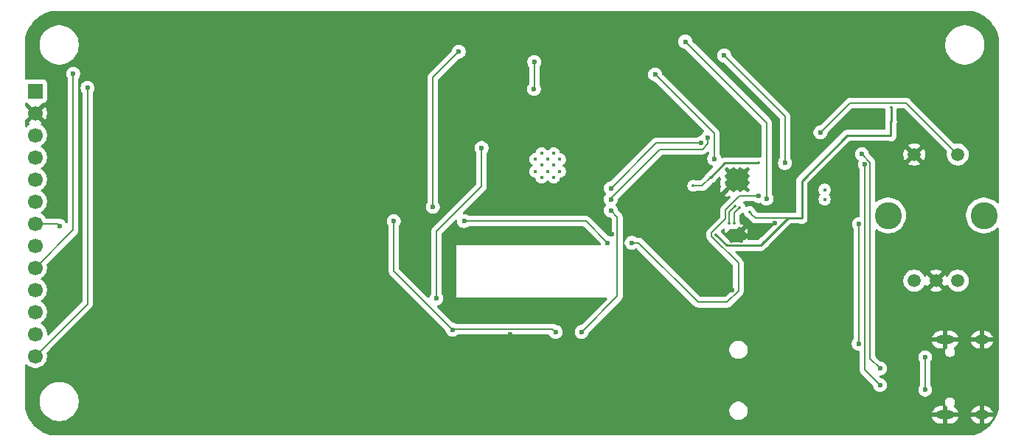
<source format=gbr>
%TF.GenerationSoftware,KiCad,Pcbnew,9.0.6*%
%TF.CreationDate,2026-01-02T14:19:04-05:00*%
%TF.ProjectId,spotify desk thing,73706f74-6966-4792-9064-65736b207468,rev?*%
%TF.SameCoordinates,Original*%
%TF.FileFunction,Copper,L2,Bot*%
%TF.FilePolarity,Positive*%
%FSLAX46Y46*%
G04 Gerber Fmt 4.6, Leading zero omitted, Abs format (unit mm)*
G04 Created by KiCad (PCBNEW 9.0.6) date 2026-01-02 14:19:04*
%MOMM*%
%LPD*%
G01*
G04 APERTURE LIST*
%TA.AperFunction,HeatsinkPad*%
%ADD10O,1.600000X1.000000*%
%TD*%
%TA.AperFunction,HeatsinkPad*%
%ADD11O,2.100000X1.000000*%
%TD*%
%TA.AperFunction,ComponentPad*%
%ADD12C,3.098800*%
%TD*%
%TA.AperFunction,ComponentPad*%
%ADD13C,1.498600*%
%TD*%
%TA.AperFunction,ComponentPad*%
%ADD14C,0.400000*%
%TD*%
%TA.AperFunction,HeatsinkPad*%
%ADD15C,0.500000*%
%TD*%
%TA.AperFunction,HeatsinkPad*%
%ADD16R,1.600000X1.600000*%
%TD*%
%TA.AperFunction,ComponentPad*%
%ADD17C,0.508000*%
%TD*%
%TA.AperFunction,ComponentPad*%
%ADD18R,1.700000X1.700000*%
%TD*%
%TA.AperFunction,ComponentPad*%
%ADD19C,1.700000*%
%TD*%
%TA.AperFunction,ViaPad*%
%ADD20C,0.600000*%
%TD*%
%TA.AperFunction,ViaPad*%
%ADD21C,0.350000*%
%TD*%
%TA.AperFunction,Conductor*%
%ADD22C,0.200000*%
%TD*%
%TA.AperFunction,Conductor*%
%ADD23C,0.250000*%
%TD*%
G04 APERTURE END LIST*
D10*
%TO.P,J3,S1,SHIELD*%
%TO.N,DGND*%
X155950000Y-163880000D03*
D11*
X151770000Y-163880000D03*
D10*
X155950000Y-172520000D03*
D11*
X151770000Y-172520000D03*
%TD*%
D12*
%TO.P,U4,6*%
%TO.N,N/C*%
X145200001Y-149600002D03*
%TO.P,U4,7*%
X156199999Y-149600002D03*
D13*
%TO.P,U4,A,A*%
%TO.N,ENC_A*%
X148200000Y-157100000D03*
%TO.P,U4,B,B*%
%TO.N,ENC_B*%
X153200000Y-157100000D03*
%TO.P,U4,C,C*%
%TO.N,DGND*%
X150700000Y-157100000D03*
%TO.P,U4,D,D*%
X148200000Y-142600003D03*
%TO.P,U4,E,E*%
%TO.N,ENC_SWITCH*%
X153200000Y-142600003D03*
%TD*%
D14*
%TO.P,PS1,10*%
%TO.N,N/C*%
X137900000Y-147750000D03*
%TO.P,PS1,11*%
X137900000Y-146650000D03*
%TD*%
D15*
%TO.P,U2,17,EP*%
%TO.N,DGND*%
X128300000Y-151387500D03*
X127200000Y-151387500D03*
D16*
X127750000Y-151937500D03*
D15*
X128300000Y-152487500D03*
X127200000Y-152487500D03*
%TD*%
D17*
%TO.P,U3,V,V*%
%TO.N,DGND*%
X126668500Y-144293900D03*
X126668500Y-145081300D03*
X126668500Y-145868700D03*
X126668500Y-146656100D03*
X127455900Y-144293900D03*
X127455900Y-145081300D03*
X127455900Y-145868700D03*
X127455900Y-146656100D03*
X128243300Y-144293900D03*
X128243300Y-145081300D03*
X128243300Y-145868700D03*
X128243300Y-146656100D03*
X129030700Y-144293900D03*
X129030700Y-145081300D03*
X129030700Y-145868700D03*
X129030700Y-146656100D03*
%TD*%
D14*
%TO.P,U1,41_10*%
%TO.N,N/C*%
X106100000Y-144540000D03*
%TO.P,U1,41_11*%
X107500000Y-144540000D03*
%TO.P,U1,41_12*%
X104700000Y-144540000D03*
%TO.P,U1,41_13*%
X107500000Y-143140000D03*
%TO.P,U1,41_14*%
X106100000Y-143140000D03*
%TO.P,U1,41_15*%
X104700000Y-143140000D03*
%TO.P,U1,41_16*%
X106800000Y-145240000D03*
%TO.P,U1,41_17*%
X105400000Y-145240000D03*
%TO.P,U1,41_18*%
X106800000Y-143840000D03*
%TO.P,U1,41_19*%
X105400000Y-143840000D03*
%TO.P,U1,41_20*%
X106800000Y-142440000D03*
%TO.P,U1,41_21*%
X105400000Y-142440000D03*
%TD*%
D18*
%TO.P,J1,1,Pin_1*%
%TO.N,5v*%
X47250000Y-135300000D03*
D19*
%TO.P,J1,2,Pin_2*%
%TO.N,DGND*%
X47250000Y-137840000D03*
%TO.P,J1,3,Pin_3*%
%TO.N,SCREEN_SCLK*%
X47250000Y-140380000D03*
%TO.P,J1,4,Pin_4*%
%TO.N,SCREEN_MOSI*%
X47250000Y-142920000D03*
%TO.P,J1,5,Pin_5*%
%TO.N,SCREEN_MISO*%
X47250000Y-145460000D03*
%TO.P,J1,6,Pin_6*%
%TO.N,SCREEN_CS*%
X47250000Y-148000000D03*
%TO.P,J1,7,Pin_7*%
%TO.N,SCREEN_RES*%
X47250000Y-150540000D03*
%TO.P,J1,8,Pin_8*%
%TO.N,SCREEN_DC*%
X47250000Y-153080000D03*
%TO.P,J1,9,Pin_9*%
%TO.N,SCREEN_BL*%
X47250000Y-155620000D03*
%TO.P,J1,10,Pin_10*%
%TO.N,SCL*%
X47250000Y-158160000D03*
%TO.P,J1,11,Pin_11*%
%TO.N,SDA*%
X47250000Y-160700000D03*
%TO.P,J1,12,Pin_12*%
%TO.N,TOUCH_INT*%
X47250000Y-163240000D03*
%TO.P,J1,13,Pin_13*%
%TO.N,SD_CS*%
X47250000Y-165780000D03*
%TD*%
D20*
%TO.N,DGND*%
X131750000Y-171500000D03*
%TO.N,Net-(C17-Pad1)*%
X149453000Y-165892000D03*
X149453000Y-169630000D03*
%TO.N,SD_CS*%
X53254200Y-134936200D03*
%TO.N,SCREEN_BL*%
X51607600Y-133300000D03*
%TO.N,I2S_MCLK*%
X124509000Y-140649000D03*
X113350000Y-147750000D03*
%TO.N,SCREEN_RES*%
X50055600Y-150795300D03*
%TO.N,I2S_BCLK*%
X113350000Y-146480000D03*
X123750000Y-141249000D03*
%TO.N,TOUCH_INT*%
X93314400Y-159134100D03*
X98518800Y-141843500D03*
D21*
%TO.N,OUTRP*%
X127500000Y-150500000D03*
X128146000Y-148682000D03*
D20*
%TO.N,XSMT*%
X118431000Y-133392000D03*
X125230000Y-143079000D03*
D21*
%TO.N,OUTRN*%
X126950000Y-150500000D03*
X127618000Y-148529000D03*
D20*
%TO.N,ENC_SWITCH*%
X137427000Y-140059000D03*
%TO.N,ENC_B*%
X104559000Y-131952000D03*
X104527000Y-135075000D03*
%TO.N,SCL*%
X92904500Y-148618000D03*
X121899000Y-129617000D03*
X131229000Y-147683000D03*
X95889000Y-130772000D03*
%TO.N,SDA*%
X130325000Y-147365000D03*
X113000000Y-152750000D03*
X96500000Y-150250000D03*
X115750000Y-152750000D03*
%TO.N,USB_D+*%
X142186000Y-142564000D03*
X144262000Y-167200000D03*
%TO.N,USB_D-*%
X142524000Y-143750000D03*
X144262000Y-169100000D03*
%TO.N,Net-(U1-EN)*%
X113350000Y-149020000D03*
X110000000Y-163000000D03*
D21*
%TO.N,3.3v*%
X135275000Y-149900000D03*
D20*
X88425000Y-150250000D03*
X107000000Y-163000000D03*
D21*
X145500000Y-140400000D03*
D20*
X95175000Y-162750000D03*
D21*
X122810000Y-146200000D03*
X145525000Y-138800000D03*
X125400000Y-151812000D03*
X130900000Y-152700000D03*
X145525000Y-137190000D03*
X129300000Y-149200000D03*
X130325000Y-143585000D03*
X124800000Y-145225000D03*
D20*
%TO.N,5v*%
X141842300Y-150582700D03*
X141806000Y-164347800D03*
X133350800Y-143574600D03*
X126384400Y-131218200D03*
D21*
%TO.N,DGND*%
X132200000Y-149000000D03*
D20*
X101750000Y-163250000D03*
X151390000Y-162200000D03*
D21*
X140020000Y-150500000D03*
D20*
X132180000Y-150500000D03*
D21*
X125300000Y-150200000D03*
D20*
X124900000Y-153780000D03*
X137766000Y-145164000D03*
X123900000Y-144220000D03*
X129000000Y-155480000D03*
X113750000Y-163750000D03*
X130500000Y-151739000D03*
X127250000Y-158200000D03*
X113500000Y-151750000D03*
X146538000Y-168150000D03*
X107750000Y-164500000D03*
X94142500Y-152061000D03*
X149453000Y-171344000D03*
X120275000Y-148728000D03*
X151390000Y-174200000D03*
X122800000Y-144220000D03*
X132400000Y-146720000D03*
X115750000Y-151500000D03*
D21*
X124700000Y-146700000D03*
%TD*%
D22*
%TO.N,Net-(C17-Pad1)*%
X149453000Y-169630000D02*
X149453000Y-165892000D01*
%TO.N,SD_CS*%
X53254200Y-159775800D02*
X53254200Y-134936200D01*
X47250000Y-165780000D02*
X53254200Y-159775800D01*
%TO.N,SCREEN_BL*%
X51607600Y-151262400D02*
X51607600Y-133300000D01*
X47250000Y-155620000D02*
X51607600Y-151262400D01*
%TO.N,I2S_MCLK*%
X113350000Y-147650000D02*
X113350000Y-147750000D01*
X119000000Y-142000000D02*
X113350000Y-147650000D01*
X123849000Y-142000000D02*
X119000000Y-142000000D01*
X124509000Y-141340000D02*
X123849000Y-142000000D01*
X124509000Y-140649000D02*
X124509000Y-141340000D01*
%TO.N,SCREEN_RES*%
X49800300Y-150540000D02*
X50055600Y-150795300D01*
X47250000Y-150540000D02*
X49800300Y-150540000D01*
%TO.N,I2S_BCLK*%
X118581000Y-141249000D02*
X113350000Y-146480000D01*
X123750000Y-141249000D02*
X118581000Y-141249000D01*
%TO.N,TOUCH_INT*%
X98518800Y-146247400D02*
X98518800Y-141843500D01*
X93314400Y-151451800D02*
X98518800Y-146247400D01*
X93314400Y-159134100D02*
X93314400Y-151451800D01*
%TO.N,OUTRP*%
X127500000Y-149328000D02*
X127500000Y-150500000D01*
X128146000Y-148682000D02*
X127500000Y-149328000D01*
%TO.N,XSMT*%
X125230000Y-140190000D02*
X118431000Y-133392000D01*
X125230000Y-143079000D02*
X125230000Y-140190000D01*
%TO.N,OUTRN*%
X126950000Y-149197000D02*
X126950000Y-150500000D01*
X127618000Y-148529000D02*
X126950000Y-149197000D01*
%TO.N,ENC_SWITCH*%
X140814000Y-136672000D02*
X137427000Y-140059000D01*
X147272000Y-136672000D02*
X140814000Y-136672000D01*
X153200000Y-142600000D02*
X147272000Y-136672000D01*
%TO.N,ENC_B*%
X104559000Y-135043000D02*
X104559000Y-131952000D01*
X104527000Y-135075000D02*
X104559000Y-135043000D01*
%TO.N,SCL*%
X131229000Y-138947000D02*
X121899000Y-129617000D01*
X131229000Y-147683000D02*
X131229000Y-138947000D01*
X92904500Y-133756000D02*
X92904500Y-148618000D01*
X95889000Y-130772000D02*
X92904500Y-133756000D01*
%TO.N,SDA*%
X128109000Y-147365000D02*
X130325000Y-147365000D01*
X126549000Y-148925000D02*
X128109000Y-147365000D01*
X126549000Y-149990000D02*
X126549000Y-148925000D01*
X124924000Y-151615000D02*
X126549000Y-149990000D01*
X124924000Y-152009000D02*
X124924000Y-151615000D01*
X128000000Y-155085000D02*
X124924000Y-152009000D01*
X128000000Y-158300000D02*
X128000000Y-155085000D01*
X126716000Y-159584000D02*
X128000000Y-158300000D01*
X123384000Y-159584000D02*
X126716000Y-159584000D01*
X116550000Y-152750000D02*
X123384000Y-159584000D01*
X115750000Y-152750000D02*
X116550000Y-152750000D01*
X110500000Y-150250000D02*
X113000000Y-152750000D01*
X96500000Y-150250000D02*
X110500000Y-150250000D01*
%TO.N,USB_D+*%
X143125000Y-166062000D02*
X144262000Y-167200000D01*
X143125000Y-143502000D02*
X143125000Y-166062000D01*
X142186000Y-142564000D02*
X143125000Y-143502000D01*
%TO.N,USB_D-*%
X142524000Y-167362000D02*
X144262000Y-169100000D01*
X142524000Y-143750000D02*
X142524000Y-167362000D01*
%TO.N,Net-(U1-EN)*%
X114101000Y-149771000D02*
X113350000Y-149020000D01*
X114101000Y-158899000D02*
X114101000Y-149771000D01*
X110000000Y-163000000D02*
X114101000Y-158899000D01*
D23*
%TO.N,3.3v*%
X135275000Y-145625000D02*
X135275000Y-149900000D01*
X140500000Y-140400000D02*
X135275000Y-145625000D01*
X145500000Y-140400000D02*
X140500000Y-140400000D01*
X145525000Y-138800000D02*
X145525000Y-137190000D01*
D22*
X123825000Y-146200000D02*
X124800000Y-145225000D01*
X122810000Y-146200000D02*
X123825000Y-146200000D01*
X106649000Y-162649000D02*
X107000000Y-163000000D01*
X95276000Y-162649000D02*
X106649000Y-162649000D01*
X95175000Y-162750000D02*
X95276000Y-162649000D01*
X88425000Y-156000000D02*
X95175000Y-162750000D01*
X88425000Y-150250000D02*
X88425000Y-156000000D01*
D23*
X145500000Y-138825000D02*
X145525000Y-138800000D01*
X145500000Y-140400000D02*
X145500000Y-138825000D01*
X126651000Y-153064000D02*
X130536000Y-153064000D01*
X125400000Y-151812000D02*
X126651000Y-153064000D01*
X130536000Y-153064000D02*
X133700000Y-149900000D01*
X126415000Y-143585000D02*
X130325000Y-143585000D01*
X124800000Y-145200000D02*
X126415000Y-143585000D01*
X124800000Y-145225000D02*
X124800000Y-145200000D01*
X133700000Y-149900000D02*
X135275000Y-149900000D01*
D22*
X129958000Y-149900000D02*
X133700000Y-149900000D01*
X129500000Y-149442000D02*
X129958000Y-149900000D01*
X129500000Y-149400000D02*
X129500000Y-149442000D01*
X129300000Y-149200000D02*
X129500000Y-149400000D01*
X130900000Y-152700000D02*
X130536000Y-153064000D01*
%TO.N,5v*%
X141842300Y-164311500D02*
X141806000Y-164347800D01*
X141842300Y-150582700D02*
X141842300Y-164311500D01*
X133350800Y-138184600D02*
X126384400Y-131218200D01*
X133350800Y-143574600D02*
X133350800Y-138184600D01*
%TO.N,DGND*%
X130941000Y-151739000D02*
X132180000Y-150500000D01*
X130500000Y-151739000D02*
X130941000Y-151739000D01*
%TD*%
%TA.AperFunction,Conductor*%
%TO.N,DGND*%
G36*
X128538360Y-149269403D02*
G01*
X128544368Y-149268735D01*
X128570618Y-149281755D01*
X128597969Y-149292228D01*
X128601547Y-149297095D01*
X128606961Y-149299781D01*
X128622000Y-149324918D01*
X128639352Y-149348523D01*
X128642180Y-149358648D01*
X128642833Y-149359740D01*
X128642797Y-149360857D01*
X128644415Y-149366650D01*
X128650459Y-149397034D01*
X128650461Y-149397040D01*
X128701376Y-149519961D01*
X128701386Y-149519979D01*
X128775301Y-149630601D01*
X128775307Y-149630609D01*
X128869390Y-149724692D01*
X128869398Y-149724698D01*
X128980020Y-149798613D01*
X128980024Y-149798615D01*
X128980031Y-149798620D01*
X129003938Y-149808522D01*
X129010868Y-149813153D01*
X129015911Y-149814250D01*
X129044153Y-149835392D01*
X129044162Y-149835398D01*
X129131284Y-149922520D01*
X129131286Y-149922521D01*
X129138356Y-149929591D01*
X129473139Y-150264374D01*
X129473149Y-150264385D01*
X129477479Y-150268715D01*
X129477480Y-150268716D01*
X129589284Y-150380520D01*
X129665798Y-150424695D01*
X129726215Y-150459577D01*
X129878943Y-150500501D01*
X129878946Y-150500501D01*
X130044653Y-150500501D01*
X130044669Y-150500500D01*
X131915547Y-150500500D01*
X131982586Y-150520185D01*
X132028341Y-150572989D01*
X132038285Y-150642147D01*
X132009260Y-150705703D01*
X132003228Y-150712181D01*
X130655511Y-152059897D01*
X130615285Y-152086776D01*
X130580036Y-152101377D01*
X130580024Y-152101383D01*
X130469394Y-152175304D01*
X130469390Y-152175307D01*
X130375307Y-152269390D01*
X130375304Y-152269394D01*
X130299134Y-152383391D01*
X130245522Y-152428196D01*
X130196032Y-152438500D01*
X129156711Y-152438500D01*
X129089672Y-152418815D01*
X129043917Y-152366011D01*
X129035094Y-152338691D01*
X129021179Y-152268740D01*
X129021178Y-152268736D01*
X128977577Y-152163475D01*
X128738874Y-152402181D01*
X128677551Y-152435666D01*
X128651192Y-152438500D01*
X128387943Y-152438500D01*
X128384776Y-152430855D01*
X128356645Y-152402724D01*
X128319891Y-152387500D01*
X128280109Y-152387500D01*
X128243355Y-152402724D01*
X128215224Y-152430855D01*
X128212057Y-152438500D01*
X127948808Y-152438500D01*
X127881769Y-152418815D01*
X127861127Y-152402181D01*
X127750000Y-152291054D01*
X127638873Y-152402181D01*
X127577550Y-152435666D01*
X127551192Y-152438500D01*
X127287943Y-152438500D01*
X127284776Y-152430855D01*
X127256645Y-152402724D01*
X127219891Y-152387500D01*
X127180109Y-152387500D01*
X127143355Y-152402724D01*
X127115224Y-152430855D01*
X127112057Y-152438500D01*
X126961627Y-152438500D01*
X126894588Y-152418815D01*
X126873911Y-152402146D01*
X126605925Y-152133946D01*
X126409636Y-151937500D01*
X127003554Y-151937500D01*
X127200000Y-152133946D01*
X127396446Y-151937500D01*
X128103554Y-151937500D01*
X128300000Y-152133946D01*
X128496446Y-151937500D01*
X128300000Y-151741054D01*
X128103554Y-151937500D01*
X127396446Y-151937500D01*
X127200000Y-151741054D01*
X127003554Y-151937500D01*
X126409636Y-151937500D01*
X126040177Y-151567745D01*
X126013333Y-151527552D01*
X126000329Y-151496157D01*
X125992860Y-151426688D01*
X126024136Y-151364209D01*
X126027177Y-151361056D01*
X126254168Y-151134066D01*
X126315488Y-151100583D01*
X126385180Y-151105567D01*
X126441113Y-151147439D01*
X126465530Y-151212903D01*
X126463464Y-151245939D01*
X126450000Y-151313631D01*
X126450000Y-151461373D01*
X126478820Y-151606259D01*
X126478823Y-151606271D01*
X126513919Y-151691002D01*
X126528425Y-151705520D01*
X126866337Y-151367609D01*
X127100000Y-151367609D01*
X127100000Y-151407391D01*
X127115224Y-151444145D01*
X127143355Y-151472276D01*
X127180109Y-151487500D01*
X127219891Y-151487500D01*
X127256645Y-151472276D01*
X127284776Y-151444145D01*
X127300000Y-151407391D01*
X127300000Y-151367609D01*
X127284776Y-151330855D01*
X127256645Y-151302724D01*
X127219891Y-151287500D01*
X127180109Y-151287500D01*
X127143355Y-151302724D01*
X127115224Y-151330855D01*
X127100000Y-151367609D01*
X126866337Y-151367609D01*
X127023219Y-151210727D01*
X127042252Y-151191692D01*
X127055075Y-151184083D01*
X127062904Y-151175050D01*
X127086056Y-151165702D01*
X127095010Y-151160390D01*
X127100303Y-151158836D01*
X127147036Y-151149540D01*
X127183696Y-151134354D01*
X127190072Y-151132483D01*
X127218625Y-151132484D01*
X127247014Y-151129432D01*
X127257418Y-151132486D01*
X127259941Y-151132487D01*
X127262062Y-151133850D01*
X127272449Y-151136900D01*
X127302964Y-151149540D01*
X127302968Y-151149540D01*
X127302969Y-151149541D01*
X127433466Y-151175500D01*
X127466192Y-151175500D01*
X127533231Y-151195185D01*
X127578986Y-151247989D01*
X127588930Y-151317147D01*
X127559905Y-151380703D01*
X127553873Y-151387181D01*
X127553554Y-151387500D01*
X127750000Y-151583946D01*
X127946446Y-151387500D01*
X127926555Y-151367609D01*
X128200000Y-151367609D01*
X128200000Y-151407391D01*
X128215224Y-151444145D01*
X128243355Y-151472276D01*
X128280109Y-151487500D01*
X128319891Y-151487500D01*
X128356645Y-151472276D01*
X128384776Y-151444145D01*
X128400000Y-151407391D01*
X128400000Y-151387499D01*
X128653554Y-151387499D01*
X128653554Y-151387501D01*
X128977577Y-151711524D01*
X128977578Y-151711524D01*
X129021175Y-151606275D01*
X129021179Y-151606260D01*
X129049999Y-151461373D01*
X129050000Y-151461371D01*
X129050000Y-151313628D01*
X129049999Y-151313626D01*
X129021179Y-151168740D01*
X129021178Y-151168736D01*
X128977577Y-151063475D01*
X128653554Y-151387499D01*
X128400000Y-151387499D01*
X128400000Y-151367609D01*
X128384776Y-151330855D01*
X128356645Y-151302724D01*
X128319891Y-151287500D01*
X128280109Y-151287500D01*
X128243355Y-151302724D01*
X128215224Y-151330855D01*
X128200000Y-151367609D01*
X127926555Y-151367609D01*
X127829455Y-151270509D01*
X127795970Y-151209186D01*
X127800954Y-151139494D01*
X127842826Y-151083561D01*
X127848221Y-151079742D01*
X127930606Y-151024695D01*
X127972623Y-150982678D01*
X128022997Y-150932305D01*
X128084320Y-150898820D01*
X128154012Y-150903804D01*
X128198359Y-150932305D01*
X128300000Y-151033946D01*
X128300001Y-151033946D01*
X128624024Y-150709921D01*
X128518767Y-150666322D01*
X128518759Y-150666320D01*
X128373872Y-150637500D01*
X128299500Y-150637500D01*
X128232461Y-150617815D01*
X128186706Y-150565011D01*
X128175500Y-150513500D01*
X128175500Y-150433466D01*
X128149541Y-150302970D01*
X128149540Y-150302964D01*
X128109939Y-150207357D01*
X128100500Y-150159905D01*
X128100500Y-149628096D01*
X128120185Y-149561057D01*
X128136815Y-149540419D01*
X128330135Y-149347098D01*
X128336839Y-149342601D01*
X128339654Y-149338516D01*
X128368930Y-149321072D01*
X128369941Y-149320395D01*
X128369949Y-149320391D01*
X128465969Y-149280620D01*
X128467624Y-149279513D01*
X128474926Y-149276458D01*
X128504046Y-149273219D01*
X128532719Y-149267243D01*
X128538360Y-149269403D01*
G37*
%TD.AperFunction*%
%TA.AperFunction,Conductor*%
G36*
X154884545Y-126103794D02*
G01*
X154969441Y-126123761D01*
X155088938Y-126151866D01*
X155099934Y-126154994D01*
X155439368Y-126268761D01*
X155450022Y-126272889D01*
X155777488Y-126417479D01*
X155787735Y-126422581D01*
X156100452Y-126596765D01*
X156110190Y-126602794D01*
X156405512Y-126805093D01*
X156414649Y-126811994D01*
X156690035Y-127040671D01*
X156698499Y-127048387D01*
X156951612Y-127301500D01*
X156959328Y-127309964D01*
X157188003Y-127585347D01*
X157194906Y-127594487D01*
X157397205Y-127889809D01*
X157403234Y-127899547D01*
X157577418Y-128212264D01*
X157582523Y-128222517D01*
X157727105Y-128549964D01*
X157731243Y-128560644D01*
X157845001Y-128900052D01*
X157848135Y-128911068D01*
X157869639Y-129002499D01*
X157896206Y-129115452D01*
X157899500Y-129143842D01*
X157899500Y-148101144D01*
X157879815Y-148168183D01*
X157827011Y-148213938D01*
X157757853Y-148223882D01*
X157694297Y-148194857D01*
X157687819Y-148188825D01*
X157554497Y-148055503D01*
X157554490Y-148055497D01*
X157341314Y-147891922D01*
X157341312Y-147891920D01*
X157341306Y-147891916D01*
X157341301Y-147891913D01*
X157341298Y-147891911D01*
X157108599Y-147757561D01*
X157108588Y-147757556D01*
X156860340Y-147654728D01*
X156860333Y-147654726D01*
X156860331Y-147654725D01*
X156600773Y-147585177D01*
X156556248Y-147579315D01*
X156334364Y-147550102D01*
X156334357Y-147550102D01*
X156065641Y-147550102D01*
X156065633Y-147550102D01*
X155812051Y-147583488D01*
X155799225Y-147585177D01*
X155728398Y-147604155D01*
X155539667Y-147654725D01*
X155539657Y-147654728D01*
X155291409Y-147757556D01*
X155291398Y-147757561D01*
X155058699Y-147891911D01*
X155058683Y-147891922D01*
X154845507Y-148055497D01*
X154845500Y-148055503D01*
X154655500Y-148245503D01*
X154655494Y-148245510D01*
X154491919Y-148458686D01*
X154491908Y-148458702D01*
X154357558Y-148691401D01*
X154357553Y-148691412D01*
X154254725Y-148939660D01*
X154254722Y-148939670D01*
X154197012Y-149155050D01*
X154185175Y-149199225D01*
X154185173Y-149199236D01*
X154150099Y-149465636D01*
X154150099Y-149734367D01*
X154170373Y-149888352D01*
X154185174Y-150000776D01*
X154243909Y-150219979D01*
X154254722Y-150260333D01*
X154254725Y-150260343D01*
X154357553Y-150508591D01*
X154357558Y-150508602D01*
X154491908Y-150741301D01*
X154491919Y-150741317D01*
X154655494Y-150954493D01*
X154655500Y-150954500D01*
X154845504Y-151144504D01*
X154980144Y-151247816D01*
X155058692Y-151308088D01*
X155058699Y-151308092D01*
X155291398Y-151442442D01*
X155291403Y-151442444D01*
X155291406Y-151442446D01*
X155295508Y-151444145D01*
X155528964Y-151540846D01*
X155539667Y-151545279D01*
X155799225Y-151614827D01*
X156065641Y-151649902D01*
X156065648Y-151649902D01*
X156334350Y-151649902D01*
X156334357Y-151649902D01*
X156600773Y-151614827D01*
X156860331Y-151545279D01*
X157108592Y-151442446D01*
X157341306Y-151308088D01*
X157487891Y-151195610D01*
X157554494Y-151144504D01*
X157554497Y-151144500D01*
X157687819Y-151011179D01*
X157749142Y-150977694D01*
X157818834Y-150982678D01*
X157874767Y-151024550D01*
X157899184Y-151090014D01*
X157899500Y-151098860D01*
X157899500Y-171856156D01*
X157896206Y-171884545D01*
X157896206Y-171884546D01*
X157848135Y-172088931D01*
X157845001Y-172099947D01*
X157731243Y-172439355D01*
X157727105Y-172450035D01*
X157582523Y-172777482D01*
X157577418Y-172787735D01*
X157403234Y-173100452D01*
X157397205Y-173110190D01*
X157194906Y-173405512D01*
X157188003Y-173414652D01*
X156959328Y-173690035D01*
X156951612Y-173698499D01*
X156698499Y-173951612D01*
X156690035Y-173959328D01*
X156414652Y-174188003D01*
X156405512Y-174194906D01*
X156110190Y-174397205D01*
X156100452Y-174403234D01*
X155787735Y-174577418D01*
X155777482Y-174582523D01*
X155450035Y-174727105D01*
X155439355Y-174731243D01*
X155099947Y-174845001D01*
X155088931Y-174848135D01*
X154884546Y-174896206D01*
X154856156Y-174899500D01*
X49143844Y-174899500D01*
X49115454Y-174896206D01*
X48911068Y-174848135D01*
X48900052Y-174845001D01*
X48560644Y-174731243D01*
X48549964Y-174727105D01*
X48222517Y-174582523D01*
X48212264Y-174577418D01*
X47899547Y-174403234D01*
X47889809Y-174397205D01*
X47594487Y-174194906D01*
X47585347Y-174188003D01*
X47309964Y-173959328D01*
X47301500Y-173951612D01*
X47048387Y-173698499D01*
X47040671Y-173690035D01*
X46811996Y-173414652D01*
X46805093Y-173405512D01*
X46730590Y-173296751D01*
X46672529Y-173211991D01*
X46602794Y-173110190D01*
X46596765Y-173100452D01*
X46435924Y-172811690D01*
X46422579Y-172787731D01*
X46417476Y-172777482D01*
X46272889Y-172450022D01*
X46268761Y-172439368D01*
X46154994Y-172099934D01*
X46151866Y-172088938D01*
X46103794Y-171884545D01*
X46100500Y-171856156D01*
X46100500Y-170852486D01*
X47749500Y-170852486D01*
X47749500Y-171147513D01*
X47760890Y-171234023D01*
X47788007Y-171439993D01*
X47838650Y-171628996D01*
X47864361Y-171724951D01*
X47864364Y-171724961D01*
X47977254Y-171997500D01*
X47977258Y-171997510D01*
X48124761Y-172252993D01*
X48304352Y-172487040D01*
X48304358Y-172487047D01*
X48512952Y-172695641D01*
X48512959Y-172695647D01*
X48747006Y-172875238D01*
X49002489Y-173022741D01*
X49002490Y-173022741D01*
X49002493Y-173022743D01*
X49275048Y-173135639D01*
X49560007Y-173211993D01*
X49852494Y-173250500D01*
X49852501Y-173250500D01*
X50147499Y-173250500D01*
X50147506Y-173250500D01*
X50439993Y-173211993D01*
X50724952Y-173135639D01*
X50997507Y-173022743D01*
X51252994Y-172875238D01*
X51487042Y-172695646D01*
X51695646Y-172487042D01*
X51875238Y-172252994D01*
X52022743Y-171997507D01*
X52022746Y-171997500D01*
X52043859Y-171946530D01*
X126949500Y-171946530D01*
X126949500Y-172153469D01*
X126989868Y-172356412D01*
X126989870Y-172356420D01*
X127041267Y-172480504D01*
X127069059Y-172547598D01*
X127077009Y-172559496D01*
X127184024Y-172719657D01*
X127330342Y-172865975D01*
X127330345Y-172865977D01*
X127502402Y-172980941D01*
X127693580Y-173060130D01*
X127896294Y-173100452D01*
X127896530Y-173100499D01*
X127896534Y-173100500D01*
X127896535Y-173100500D01*
X128103466Y-173100500D01*
X128103467Y-173100499D01*
X128306420Y-173060130D01*
X128497598Y-172980941D01*
X128669655Y-172865977D01*
X128815977Y-172719655D01*
X128872010Y-172635796D01*
X128930940Y-172547600D01*
X128930940Y-172547599D01*
X128930941Y-172547598D01*
X129010130Y-172356420D01*
X129027320Y-172270000D01*
X150250138Y-172270000D01*
X151053012Y-172270000D01*
X151035795Y-172279940D01*
X150979940Y-172335795D01*
X150940444Y-172404204D01*
X150920000Y-172480504D01*
X150920000Y-172559496D01*
X150940444Y-172635796D01*
X150979940Y-172704205D01*
X151035795Y-172760060D01*
X151053012Y-172770000D01*
X150250138Y-172770000D01*
X150258430Y-172811690D01*
X150258430Y-172811692D01*
X150333807Y-172993671D01*
X150333814Y-172993684D01*
X150443248Y-173157462D01*
X150443251Y-173157466D01*
X150582533Y-173296748D01*
X150582537Y-173296751D01*
X150746315Y-173406185D01*
X150746328Y-173406192D01*
X150928306Y-173481569D01*
X150928318Y-173481572D01*
X151121504Y-173519999D01*
X151121508Y-173520000D01*
X151520000Y-173520000D01*
X151520000Y-172820000D01*
X152020000Y-172820000D01*
X152020000Y-173520000D01*
X152418492Y-173520000D01*
X152418495Y-173519999D01*
X152611681Y-173481572D01*
X152611693Y-173481569D01*
X152793671Y-173406192D01*
X152793684Y-173406185D01*
X152957462Y-173296751D01*
X152957466Y-173296748D01*
X153096748Y-173157466D01*
X153096751Y-173157462D01*
X153206185Y-172993684D01*
X153206192Y-172993671D01*
X153281569Y-172811692D01*
X153281569Y-172811690D01*
X153289862Y-172770000D01*
X152486988Y-172770000D01*
X152504205Y-172760060D01*
X152560060Y-172704205D01*
X152599556Y-172635796D01*
X152620000Y-172559496D01*
X152620000Y-172480504D01*
X152599556Y-172404204D01*
X152560060Y-172335795D01*
X152504205Y-172279940D01*
X152486988Y-172270000D01*
X153289862Y-172270000D01*
X154680138Y-172270000D01*
X155483012Y-172270000D01*
X155465795Y-172279940D01*
X155409940Y-172335795D01*
X155370444Y-172404204D01*
X155350000Y-172480504D01*
X155350000Y-172559496D01*
X155370444Y-172635796D01*
X155409940Y-172704205D01*
X155465795Y-172760060D01*
X155483012Y-172770000D01*
X154680138Y-172770000D01*
X154688430Y-172811690D01*
X154688430Y-172811692D01*
X154763807Y-172993671D01*
X154763814Y-172993684D01*
X154873248Y-173157462D01*
X154873251Y-173157466D01*
X155012533Y-173296748D01*
X155012537Y-173296751D01*
X155176315Y-173406185D01*
X155176328Y-173406192D01*
X155358306Y-173481569D01*
X155358318Y-173481572D01*
X155551504Y-173519999D01*
X155551508Y-173520000D01*
X155700000Y-173520000D01*
X155700000Y-172820000D01*
X156200000Y-172820000D01*
X156200000Y-173520000D01*
X156348492Y-173520000D01*
X156348495Y-173519999D01*
X156541681Y-173481572D01*
X156541693Y-173481569D01*
X156723671Y-173406192D01*
X156723684Y-173406185D01*
X156887462Y-173296751D01*
X156887466Y-173296748D01*
X157026748Y-173157466D01*
X157026751Y-173157462D01*
X157136185Y-172993684D01*
X157136192Y-172993671D01*
X157211569Y-172811692D01*
X157211569Y-172811690D01*
X157219862Y-172770000D01*
X156416988Y-172770000D01*
X156434205Y-172760060D01*
X156490060Y-172704205D01*
X156529556Y-172635796D01*
X156550000Y-172559496D01*
X156550000Y-172480504D01*
X156529556Y-172404204D01*
X156490060Y-172335795D01*
X156434205Y-172279940D01*
X156416988Y-172270000D01*
X157219862Y-172270000D01*
X157211569Y-172228309D01*
X157211569Y-172228307D01*
X157136192Y-172046328D01*
X157136185Y-172046315D01*
X157026751Y-171882537D01*
X157026748Y-171882533D01*
X156887466Y-171743251D01*
X156887462Y-171743248D01*
X156723684Y-171633814D01*
X156723671Y-171633807D01*
X156541693Y-171558430D01*
X156541681Y-171558427D01*
X156348495Y-171520000D01*
X156200000Y-171520000D01*
X156200000Y-172220000D01*
X155700000Y-172220000D01*
X155700000Y-171520000D01*
X155551504Y-171520000D01*
X155358318Y-171558427D01*
X155358306Y-171558430D01*
X155176328Y-171633807D01*
X155176315Y-171633814D01*
X155012537Y-171743248D01*
X155012533Y-171743251D01*
X154873251Y-171882533D01*
X154873248Y-171882537D01*
X154763814Y-172046315D01*
X154763807Y-172046328D01*
X154688430Y-172228307D01*
X154688430Y-172228309D01*
X154680138Y-172270000D01*
X153289862Y-172270000D01*
X153281569Y-172228309D01*
X153281569Y-172228307D01*
X153206192Y-172046328D01*
X153206185Y-172046315D01*
X153096751Y-171882537D01*
X153096748Y-171882533D01*
X152957466Y-171743251D01*
X152957462Y-171743248D01*
X152788613Y-171630426D01*
X152789568Y-171628996D01*
X152745568Y-171585777D01*
X152730105Y-171517640D01*
X152753934Y-171451960D01*
X152755702Y-171449913D01*
X152755568Y-171449811D01*
X152760507Y-171443372D01*
X152760515Y-171443365D01*
X152836281Y-171312135D01*
X152875500Y-171165766D01*
X152875500Y-171014234D01*
X152836281Y-170867865D01*
X152760515Y-170736635D01*
X152653365Y-170629485D01*
X152587750Y-170591602D01*
X152522136Y-170553719D01*
X152403148Y-170521837D01*
X152375766Y-170514500D01*
X152224234Y-170514500D01*
X152077863Y-170553719D01*
X151946635Y-170629485D01*
X151946632Y-170629487D01*
X151839487Y-170736632D01*
X151839485Y-170736635D01*
X151763719Y-170867863D01*
X151724500Y-171014234D01*
X151724500Y-171165765D01*
X151763719Y-171312136D01*
X151801602Y-171377750D01*
X151839485Y-171443365D01*
X151946635Y-171550515D01*
X151957998Y-171557075D01*
X152006213Y-171607639D01*
X152020000Y-171664463D01*
X152020000Y-172220000D01*
X151520000Y-172220000D01*
X151520000Y-171520000D01*
X151121504Y-171520000D01*
X150928318Y-171558427D01*
X150928306Y-171558430D01*
X150746328Y-171633807D01*
X150746315Y-171633814D01*
X150582537Y-171743248D01*
X150582533Y-171743251D01*
X150443251Y-171882533D01*
X150443248Y-171882537D01*
X150333814Y-172046315D01*
X150333807Y-172046328D01*
X150258430Y-172228307D01*
X150258430Y-172228309D01*
X150250138Y-172270000D01*
X129027320Y-172270000D01*
X129050500Y-172153465D01*
X129050500Y-171946535D01*
X129010130Y-171743580D01*
X128930941Y-171552402D01*
X128815977Y-171380345D01*
X128815975Y-171380342D01*
X128669657Y-171234024D01*
X128497595Y-171119057D01*
X128306420Y-171039870D01*
X128306412Y-171039868D01*
X128103469Y-170999500D01*
X128103465Y-170999500D01*
X127896535Y-170999500D01*
X127896530Y-170999500D01*
X127693587Y-171039868D01*
X127693579Y-171039870D01*
X127502403Y-171119058D01*
X127330342Y-171234024D01*
X127184024Y-171380342D01*
X127069058Y-171552403D01*
X126989870Y-171743579D01*
X126989868Y-171743587D01*
X126949500Y-171946530D01*
X52043859Y-171946530D01*
X52066036Y-171892990D01*
X52128059Y-171743251D01*
X52135639Y-171724952D01*
X52211993Y-171439993D01*
X52250500Y-171147506D01*
X52250500Y-170852494D01*
X52211993Y-170560007D01*
X52135639Y-170275048D01*
X52022743Y-170002493D01*
X51946095Y-169869735D01*
X51875238Y-169747006D01*
X51695647Y-169512959D01*
X51695641Y-169512952D01*
X51487047Y-169304358D01*
X51487040Y-169304352D01*
X51252993Y-169124761D01*
X50997510Y-168977258D01*
X50997500Y-168977254D01*
X50724961Y-168864364D01*
X50724954Y-168864362D01*
X50724952Y-168864361D01*
X50439993Y-168788007D01*
X50391113Y-168781571D01*
X50147513Y-168749500D01*
X50147506Y-168749500D01*
X49852494Y-168749500D01*
X49852486Y-168749500D01*
X49574085Y-168786153D01*
X49560007Y-168788007D01*
X49275048Y-168864361D01*
X49275038Y-168864364D01*
X49002499Y-168977254D01*
X49002489Y-168977258D01*
X48747006Y-169124761D01*
X48512959Y-169304352D01*
X48512952Y-169304358D01*
X48304358Y-169512952D01*
X48304352Y-169512959D01*
X48124761Y-169747006D01*
X47977258Y-170002489D01*
X47977254Y-170002499D01*
X47864364Y-170275038D01*
X47864361Y-170275048D01*
X47800201Y-170514500D01*
X47788008Y-170560004D01*
X47788006Y-170560015D01*
X47749500Y-170852486D01*
X46100500Y-170852486D01*
X46100500Y-166839758D01*
X46120185Y-166772719D01*
X46172989Y-166726964D01*
X46242147Y-166717020D01*
X46305703Y-166746045D01*
X46312181Y-166752077D01*
X46370213Y-166810109D01*
X46542179Y-166935048D01*
X46542181Y-166935049D01*
X46542184Y-166935051D01*
X46731588Y-167031557D01*
X46933757Y-167097246D01*
X47143713Y-167130500D01*
X47143714Y-167130500D01*
X47356286Y-167130500D01*
X47356287Y-167130500D01*
X47566243Y-167097246D01*
X47768412Y-167031557D01*
X47957816Y-166935051D01*
X47990771Y-166911108D01*
X48129786Y-166810109D01*
X48129788Y-166810106D01*
X48129792Y-166810104D01*
X48280104Y-166659792D01*
X48280106Y-166659788D01*
X48280109Y-166659786D01*
X48405048Y-166487820D01*
X48405047Y-166487820D01*
X48405051Y-166487816D01*
X48501557Y-166298412D01*
X48567246Y-166096243D01*
X48600500Y-165886287D01*
X48600500Y-165673713D01*
X48567246Y-165463757D01*
X48553506Y-165421473D01*
X48551512Y-165351635D01*
X48583755Y-165295478D01*
X48932703Y-164946530D01*
X126949500Y-164946530D01*
X126949500Y-165153469D01*
X126989868Y-165356412D01*
X126989870Y-165356420D01*
X127069058Y-165547596D01*
X127184024Y-165719657D01*
X127330342Y-165865975D01*
X127330345Y-165865977D01*
X127502402Y-165980941D01*
X127693580Y-166060130D01*
X127896530Y-166100499D01*
X127896534Y-166100500D01*
X127896535Y-166100500D01*
X128103466Y-166100500D01*
X128103467Y-166100499D01*
X128306420Y-166060130D01*
X128497598Y-165980941D01*
X128669655Y-165865977D01*
X128815977Y-165719655D01*
X128930941Y-165547598D01*
X129010130Y-165356420D01*
X129050500Y-165153465D01*
X129050500Y-164946535D01*
X129010130Y-164743580D01*
X128930941Y-164552402D01*
X128815977Y-164380345D01*
X128815975Y-164380342D01*
X128704586Y-164268953D01*
X141005500Y-164268953D01*
X141005500Y-164426646D01*
X141036261Y-164581289D01*
X141036264Y-164581301D01*
X141096602Y-164726972D01*
X141096609Y-164726985D01*
X141184210Y-164858088D01*
X141184213Y-164858092D01*
X141295707Y-164969586D01*
X141295711Y-164969589D01*
X141426814Y-165057190D01*
X141426827Y-165057197D01*
X141572498Y-165117535D01*
X141572503Y-165117537D01*
X141727153Y-165148299D01*
X141727156Y-165148300D01*
X141799500Y-165148300D01*
X141866539Y-165167985D01*
X141912294Y-165220789D01*
X141923500Y-165272300D01*
X141923500Y-167275330D01*
X141923499Y-167275348D01*
X141923499Y-167441054D01*
X141923498Y-167441054D01*
X141923499Y-167441057D01*
X141964423Y-167593785D01*
X141976481Y-167614669D01*
X142021147Y-167692033D01*
X142043479Y-167730715D01*
X142162349Y-167849585D01*
X142162355Y-167849590D01*
X143427425Y-169114660D01*
X143460910Y-169175983D01*
X143461361Y-169178149D01*
X143492261Y-169333491D01*
X143492264Y-169333501D01*
X143552602Y-169479172D01*
X143552609Y-169479185D01*
X143640210Y-169610288D01*
X143640213Y-169610292D01*
X143751707Y-169721786D01*
X143751711Y-169721789D01*
X143882814Y-169809390D01*
X143882827Y-169809397D01*
X144013419Y-169863489D01*
X144028503Y-169869737D01*
X144183153Y-169900499D01*
X144183156Y-169900500D01*
X144183158Y-169900500D01*
X144340844Y-169900500D01*
X144340845Y-169900499D01*
X144495497Y-169869737D01*
X144641179Y-169809394D01*
X144772289Y-169721789D01*
X144883789Y-169610289D01*
X144971394Y-169479179D01*
X145031737Y-169333497D01*
X145062500Y-169178842D01*
X145062500Y-169021158D01*
X145062500Y-169021155D01*
X145062499Y-169021153D01*
X145031738Y-168866510D01*
X145031737Y-168866503D01*
X144999223Y-168788006D01*
X144971397Y-168720827D01*
X144971390Y-168720814D01*
X144883789Y-168589711D01*
X144883786Y-168589707D01*
X144772292Y-168478213D01*
X144772288Y-168478210D01*
X144641185Y-168390609D01*
X144641172Y-168390602D01*
X144495501Y-168330264D01*
X144495491Y-168330261D01*
X144340149Y-168299361D01*
X144323392Y-168290595D01*
X144304914Y-168286576D01*
X144279877Y-168267833D01*
X144278238Y-168266976D01*
X144276660Y-168265425D01*
X144223416Y-168212181D01*
X144189931Y-168150858D01*
X144194915Y-168081166D01*
X144236787Y-168025233D01*
X144302251Y-168000816D01*
X144311097Y-168000500D01*
X144340844Y-168000500D01*
X144340845Y-168000499D01*
X144495497Y-167969737D01*
X144641179Y-167909394D01*
X144772289Y-167821789D01*
X144883789Y-167710289D01*
X144971394Y-167579179D01*
X145031737Y-167433497D01*
X145062500Y-167278842D01*
X145062500Y-167121158D01*
X145062500Y-167121155D01*
X145062499Y-167121153D01*
X145031738Y-166966510D01*
X145031737Y-166966503D01*
X144979238Y-166839758D01*
X144971397Y-166820827D01*
X144971390Y-166820814D01*
X144883789Y-166689711D01*
X144883786Y-166689707D01*
X144772292Y-166578213D01*
X144772288Y-166578210D01*
X144641185Y-166490609D01*
X144641172Y-166490602D01*
X144495501Y-166430264D01*
X144495491Y-166430261D01*
X144340601Y-166399451D01*
X144278690Y-166367066D01*
X144277073Y-166365477D01*
X143806719Y-165894709D01*
X143806719Y-165894708D01*
X143761780Y-165849729D01*
X143741829Y-165813153D01*
X148652500Y-165813153D01*
X148652500Y-165970846D01*
X148683261Y-166125489D01*
X148683264Y-166125501D01*
X148743602Y-166271172D01*
X148743609Y-166271185D01*
X148806614Y-166365477D01*
X148829347Y-166399500D01*
X148831602Y-166402874D01*
X148852480Y-166469551D01*
X148852500Y-166471765D01*
X148852500Y-169050234D01*
X148832815Y-169117273D01*
X148831602Y-169119125D01*
X148743609Y-169250814D01*
X148743602Y-169250827D01*
X148683264Y-169396498D01*
X148683261Y-169396510D01*
X148652500Y-169551153D01*
X148652500Y-169708846D01*
X148683261Y-169863489D01*
X148683264Y-169863501D01*
X148743602Y-170009172D01*
X148743609Y-170009185D01*
X148831210Y-170140288D01*
X148831213Y-170140292D01*
X148942707Y-170251786D01*
X148942711Y-170251789D01*
X149073814Y-170339390D01*
X149073827Y-170339397D01*
X149219498Y-170399735D01*
X149219503Y-170399737D01*
X149374153Y-170430499D01*
X149374156Y-170430500D01*
X149374158Y-170430500D01*
X149531844Y-170430500D01*
X149531845Y-170430499D01*
X149686497Y-170399737D01*
X149832179Y-170339394D01*
X149963289Y-170251789D01*
X150074789Y-170140289D01*
X150162394Y-170009179D01*
X150222737Y-169863497D01*
X150253500Y-169708842D01*
X150253500Y-169551158D01*
X150253500Y-169551155D01*
X150253499Y-169551153D01*
X150245900Y-169512952D01*
X150222737Y-169396503D01*
X150196641Y-169333501D01*
X150162397Y-169250827D01*
X150162390Y-169250814D01*
X150074398Y-169119125D01*
X150053520Y-169052447D01*
X150053500Y-169050234D01*
X150053500Y-166471765D01*
X150073185Y-166404726D01*
X150074398Y-166402874D01*
X150076653Y-166399500D01*
X150162394Y-166271179D01*
X150222737Y-166125497D01*
X150253500Y-165970842D01*
X150253500Y-165813158D01*
X150253500Y-165813155D01*
X150253499Y-165813153D01*
X150222737Y-165658503D01*
X150176799Y-165547598D01*
X150162397Y-165512827D01*
X150162390Y-165512814D01*
X150074789Y-165381711D01*
X150074786Y-165381707D01*
X149963292Y-165270213D01*
X149963288Y-165270210D01*
X149832185Y-165182609D01*
X149832172Y-165182602D01*
X149686501Y-165122264D01*
X149686489Y-165122261D01*
X149531845Y-165091500D01*
X149531842Y-165091500D01*
X149374158Y-165091500D01*
X149374155Y-165091500D01*
X149219510Y-165122261D01*
X149219498Y-165122264D01*
X149073827Y-165182602D01*
X149073814Y-165182609D01*
X148942711Y-165270210D01*
X148942707Y-165270213D01*
X148831213Y-165381707D01*
X148831210Y-165381711D01*
X148743609Y-165512814D01*
X148743602Y-165512827D01*
X148683264Y-165658498D01*
X148683261Y-165658510D01*
X148652500Y-165813153D01*
X143741829Y-165813153D01*
X143728322Y-165788391D01*
X143725500Y-165762087D01*
X143725500Y-163630000D01*
X150250138Y-163630000D01*
X151053012Y-163630000D01*
X151035795Y-163639940D01*
X150979940Y-163695795D01*
X150940444Y-163764204D01*
X150920000Y-163840504D01*
X150920000Y-163919496D01*
X150940444Y-163995796D01*
X150979940Y-164064205D01*
X151035795Y-164120060D01*
X151053012Y-164130000D01*
X150250138Y-164130000D01*
X150258430Y-164171690D01*
X150258430Y-164171692D01*
X150333807Y-164353671D01*
X150333814Y-164353684D01*
X150443248Y-164517462D01*
X150443251Y-164517466D01*
X150582533Y-164656748D01*
X150582537Y-164656751D01*
X150746315Y-164766185D01*
X150746328Y-164766192D01*
X150928306Y-164841569D01*
X150928318Y-164841572D01*
X151121504Y-164879999D01*
X151121508Y-164880000D01*
X151520000Y-164880000D01*
X151520000Y-164180000D01*
X152020000Y-164180000D01*
X152020000Y-164735536D01*
X152000315Y-164802575D01*
X151958002Y-164842922D01*
X151946638Y-164849483D01*
X151946632Y-164849487D01*
X151839487Y-164956632D01*
X151839485Y-164956635D01*
X151763719Y-165087863D01*
X151724500Y-165234234D01*
X151724500Y-165385765D01*
X151763719Y-165532136D01*
X151801602Y-165597750D01*
X151839485Y-165663365D01*
X151946635Y-165770515D01*
X152077865Y-165846281D01*
X152224234Y-165885500D01*
X152224236Y-165885500D01*
X152375764Y-165885500D01*
X152375766Y-165885500D01*
X152522135Y-165846281D01*
X152653365Y-165770515D01*
X152760515Y-165663365D01*
X152836281Y-165532135D01*
X152875500Y-165385766D01*
X152875500Y-165234234D01*
X152836281Y-165087865D01*
X152760515Y-164956635D01*
X152760510Y-164956630D01*
X152755568Y-164950189D01*
X152758386Y-164948026D01*
X152732697Y-164900979D01*
X152737681Y-164831287D01*
X152779553Y-164775354D01*
X152788620Y-164769585D01*
X152788613Y-164769574D01*
X152957462Y-164656751D01*
X152957466Y-164656748D01*
X153096748Y-164517466D01*
X153096751Y-164517462D01*
X153206185Y-164353684D01*
X153206192Y-164353671D01*
X153281569Y-164171692D01*
X153281569Y-164171690D01*
X153289862Y-164130000D01*
X152486988Y-164130000D01*
X152504205Y-164120060D01*
X152560060Y-164064205D01*
X152599556Y-163995796D01*
X152620000Y-163919496D01*
X152620000Y-163840504D01*
X152599556Y-163764204D01*
X152560060Y-163695795D01*
X152504205Y-163639940D01*
X152486988Y-163630000D01*
X153289862Y-163630000D01*
X154680138Y-163630000D01*
X155483012Y-163630000D01*
X155465795Y-163639940D01*
X155409940Y-163695795D01*
X155370444Y-163764204D01*
X155350000Y-163840504D01*
X155350000Y-163919496D01*
X155370444Y-163995796D01*
X155409940Y-164064205D01*
X155465795Y-164120060D01*
X155483012Y-164130000D01*
X154680138Y-164130000D01*
X154688430Y-164171690D01*
X154688430Y-164171692D01*
X154763807Y-164353671D01*
X154763814Y-164353684D01*
X154873248Y-164517462D01*
X154873251Y-164517466D01*
X155012533Y-164656748D01*
X155012537Y-164656751D01*
X155176315Y-164766185D01*
X155176328Y-164766192D01*
X155358306Y-164841569D01*
X155358318Y-164841572D01*
X155551504Y-164879999D01*
X155551508Y-164880000D01*
X155700000Y-164880000D01*
X155700000Y-164180000D01*
X156200000Y-164180000D01*
X156200000Y-164880000D01*
X156348492Y-164880000D01*
X156348495Y-164879999D01*
X156541681Y-164841572D01*
X156541693Y-164841569D01*
X156723671Y-164766192D01*
X156723684Y-164766185D01*
X156887462Y-164656751D01*
X156887466Y-164656748D01*
X157026748Y-164517466D01*
X157026751Y-164517462D01*
X157136185Y-164353684D01*
X157136192Y-164353671D01*
X157211569Y-164171692D01*
X157211569Y-164171690D01*
X157219862Y-164130000D01*
X156416988Y-164130000D01*
X156434205Y-164120060D01*
X156490060Y-164064205D01*
X156529556Y-163995796D01*
X156550000Y-163919496D01*
X156550000Y-163840504D01*
X156529556Y-163764204D01*
X156490060Y-163695795D01*
X156434205Y-163639940D01*
X156416988Y-163630000D01*
X157219862Y-163630000D01*
X157211569Y-163588309D01*
X157211569Y-163588307D01*
X157136192Y-163406328D01*
X157136185Y-163406315D01*
X157026751Y-163242537D01*
X157026748Y-163242533D01*
X156887466Y-163103251D01*
X156887462Y-163103248D01*
X156723684Y-162993814D01*
X156723671Y-162993807D01*
X156541693Y-162918430D01*
X156541681Y-162918427D01*
X156348495Y-162880000D01*
X156200000Y-162880000D01*
X156200000Y-163580000D01*
X155700000Y-163580000D01*
X155700000Y-162880000D01*
X155551504Y-162880000D01*
X155358318Y-162918427D01*
X155358306Y-162918430D01*
X155176328Y-162993807D01*
X155176315Y-162993814D01*
X155012537Y-163103248D01*
X155012533Y-163103251D01*
X154873251Y-163242533D01*
X154873248Y-163242537D01*
X154763814Y-163406315D01*
X154763807Y-163406328D01*
X154688430Y-163588307D01*
X154688430Y-163588309D01*
X154680138Y-163630000D01*
X153289862Y-163630000D01*
X153281569Y-163588309D01*
X153281569Y-163588307D01*
X153206192Y-163406328D01*
X153206185Y-163406315D01*
X153096751Y-163242537D01*
X153096748Y-163242533D01*
X152957466Y-163103251D01*
X152957462Y-163103248D01*
X152793684Y-162993814D01*
X152793671Y-162993807D01*
X152611693Y-162918430D01*
X152611681Y-162918427D01*
X152418495Y-162880000D01*
X152020000Y-162880000D01*
X152020000Y-163580000D01*
X151520000Y-163580000D01*
X151520000Y-162880000D01*
X151121504Y-162880000D01*
X150928318Y-162918427D01*
X150928306Y-162918430D01*
X150746328Y-162993807D01*
X150746315Y-162993814D01*
X150582537Y-163103248D01*
X150582533Y-163103251D01*
X150443251Y-163242533D01*
X150443248Y-163242537D01*
X150333814Y-163406315D01*
X150333807Y-163406328D01*
X150258430Y-163588307D01*
X150258430Y-163588309D01*
X150250138Y-163630000D01*
X143725500Y-163630000D01*
X143725500Y-157001633D01*
X146950200Y-157001633D01*
X146950200Y-157198366D01*
X146980973Y-157392662D01*
X147041766Y-157579761D01*
X147073269Y-157641588D01*
X147131075Y-157755038D01*
X147246706Y-157914190D01*
X147385810Y-158053294D01*
X147544962Y-158168925D01*
X147627774Y-158211120D01*
X147720238Y-158258233D01*
X147720240Y-158258233D01*
X147720243Y-158258235D01*
X147820530Y-158290820D01*
X147907337Y-158319026D01*
X148101634Y-158349800D01*
X148101639Y-158349800D01*
X148298366Y-158349800D01*
X148492662Y-158319026D01*
X148494167Y-158318537D01*
X148679757Y-158258235D01*
X148855038Y-158168925D01*
X149014190Y-158053294D01*
X149153294Y-157914190D01*
X149268925Y-157755038D01*
X149339795Y-157615946D01*
X149387769Y-157565150D01*
X149455590Y-157548355D01*
X149521725Y-157570892D01*
X149560765Y-157615946D01*
X149631502Y-157754775D01*
X149656822Y-157789623D01*
X149656822Y-157789624D01*
X150220874Y-157225572D01*
X150238454Y-157291179D01*
X150303661Y-157404121D01*
X150395879Y-157496339D01*
X150508821Y-157561546D01*
X150574427Y-157579125D01*
X150010375Y-158143176D01*
X150010375Y-158143177D01*
X150045223Y-158168496D01*
X150220434Y-158257772D01*
X150220437Y-158257773D01*
X150407453Y-158318537D01*
X150601679Y-158349300D01*
X150798321Y-158349300D01*
X150992546Y-158318537D01*
X151179562Y-158257773D01*
X151179575Y-158257767D01*
X151354769Y-158168500D01*
X151354774Y-158168497D01*
X151389624Y-158143176D01*
X150825573Y-157579125D01*
X150891179Y-157561546D01*
X151004121Y-157496339D01*
X151096339Y-157404121D01*
X151161546Y-157291179D01*
X151179125Y-157225572D01*
X151743176Y-157789623D01*
X151768495Y-157754776D01*
X151839234Y-157615946D01*
X151887209Y-157565150D01*
X151955030Y-157548355D01*
X152021165Y-157570892D01*
X152060204Y-157615946D01*
X152131075Y-157755038D01*
X152246706Y-157914190D01*
X152385810Y-158053294D01*
X152544962Y-158168925D01*
X152627774Y-158211120D01*
X152720238Y-158258233D01*
X152720240Y-158258233D01*
X152720243Y-158258235D01*
X152820530Y-158290820D01*
X152907337Y-158319026D01*
X153101634Y-158349800D01*
X153101639Y-158349800D01*
X153298366Y-158349800D01*
X153492662Y-158319026D01*
X153494167Y-158318537D01*
X153679757Y-158258235D01*
X153855038Y-158168925D01*
X154014190Y-158053294D01*
X154153294Y-157914190D01*
X154268925Y-157755038D01*
X154358235Y-157579757D01*
X154419026Y-157392662D01*
X154449800Y-157198366D01*
X154449800Y-157001633D01*
X154419026Y-156807337D01*
X154385339Y-156703661D01*
X154358235Y-156620243D01*
X154358233Y-156620240D01*
X154358233Y-156620238D01*
X154287043Y-156480521D01*
X154268925Y-156444962D01*
X154153294Y-156285810D01*
X154014190Y-156146706D01*
X153855038Y-156031075D01*
X153679761Y-155941766D01*
X153492662Y-155880973D01*
X153298366Y-155850200D01*
X153298361Y-155850200D01*
X153101639Y-155850200D01*
X153101634Y-155850200D01*
X152907337Y-155880973D01*
X152720238Y-155941766D01*
X152544961Y-156031075D01*
X152454159Y-156097047D01*
X152385810Y-156146706D01*
X152385808Y-156146708D01*
X152385807Y-156146708D01*
X152246708Y-156285807D01*
X152246708Y-156285808D01*
X152246706Y-156285810D01*
X152216187Y-156327816D01*
X152131075Y-156444961D01*
X152060204Y-156584053D01*
X152012229Y-156634849D01*
X151944408Y-156651644D01*
X151878273Y-156629106D01*
X151839234Y-156584053D01*
X151768496Y-156445223D01*
X151743176Y-156410375D01*
X151179124Y-156974426D01*
X151161546Y-156908821D01*
X151096339Y-156795879D01*
X151004121Y-156703661D01*
X150891179Y-156638454D01*
X150825572Y-156620874D01*
X151389624Y-156056822D01*
X151354775Y-156031502D01*
X151179565Y-155942227D01*
X151179562Y-155942226D01*
X150992546Y-155881462D01*
X150798321Y-155850700D01*
X150601679Y-155850700D01*
X150407453Y-155881462D01*
X150220437Y-155942226D01*
X150220434Y-155942227D01*
X150045220Y-156031505D01*
X150010375Y-156056821D01*
X150010375Y-156056823D01*
X150574428Y-156620874D01*
X150508821Y-156638454D01*
X150395879Y-156703661D01*
X150303661Y-156795879D01*
X150238454Y-156908821D01*
X150220874Y-156974427D01*
X149656823Y-156410375D01*
X149656821Y-156410375D01*
X149631503Y-156445222D01*
X149560764Y-156584054D01*
X149512790Y-156634849D01*
X149444969Y-156651644D01*
X149378834Y-156629106D01*
X149339795Y-156584053D01*
X149287043Y-156480521D01*
X149268925Y-156444962D01*
X149153294Y-156285810D01*
X149014190Y-156146706D01*
X148855038Y-156031075D01*
X148679761Y-155941766D01*
X148492662Y-155880973D01*
X148298366Y-155850200D01*
X148298361Y-155850200D01*
X148101639Y-155850200D01*
X148101634Y-155850200D01*
X147907337Y-155880973D01*
X147720238Y-155941766D01*
X147544961Y-156031075D01*
X147454159Y-156097047D01*
X147385810Y-156146706D01*
X147385808Y-156146708D01*
X147385807Y-156146708D01*
X147246708Y-156285807D01*
X147246708Y-156285808D01*
X147246706Y-156285810D01*
X147216187Y-156327816D01*
X147131075Y-156444961D01*
X147041766Y-156620238D01*
X146980973Y-156807337D01*
X146950200Y-157001633D01*
X143725500Y-157001633D01*
X143725500Y-151303866D01*
X143745185Y-151236827D01*
X143797989Y-151191072D01*
X143867147Y-151181128D01*
X143924983Y-151205488D01*
X144058694Y-151308088D01*
X144058701Y-151308092D01*
X144291400Y-151442442D01*
X144291405Y-151442444D01*
X144291408Y-151442446D01*
X144295510Y-151444145D01*
X144528966Y-151540846D01*
X144539669Y-151545279D01*
X144799227Y-151614827D01*
X145065643Y-151649902D01*
X145065650Y-151649902D01*
X145334352Y-151649902D01*
X145334359Y-151649902D01*
X145600775Y-151614827D01*
X145860333Y-151545279D01*
X146108594Y-151442446D01*
X146341308Y-151308088D01*
X146487893Y-151195610D01*
X146554496Y-151144504D01*
X146554499Y-151144500D01*
X146744499Y-150954500D01*
X146744504Y-150954495D01*
X146908087Y-150741309D01*
X147042445Y-150508595D01*
X147145278Y-150260334D01*
X147214826Y-150000776D01*
X147249901Y-149734360D01*
X147249901Y-149465644D01*
X147214826Y-149199228D01*
X147145278Y-148939670D01*
X147143788Y-148936074D01*
X147055613Y-148723199D01*
X147042445Y-148691409D01*
X147042443Y-148691406D01*
X147042441Y-148691401D01*
X146908091Y-148458702D01*
X146908087Y-148458695D01*
X146857213Y-148392394D01*
X146744505Y-148245510D01*
X146744499Y-148245503D01*
X146554499Y-148055503D01*
X146554492Y-148055497D01*
X146341316Y-147891922D01*
X146341314Y-147891920D01*
X146341308Y-147891916D01*
X146341303Y-147891913D01*
X146341300Y-147891911D01*
X146108601Y-147757561D01*
X146108590Y-147757556D01*
X145860342Y-147654728D01*
X145860335Y-147654726D01*
X145860333Y-147654725D01*
X145600775Y-147585177D01*
X145556250Y-147579315D01*
X145334366Y-147550102D01*
X145334359Y-147550102D01*
X145065643Y-147550102D01*
X145065635Y-147550102D01*
X144812053Y-147583488D01*
X144799227Y-147585177D01*
X144728400Y-147604155D01*
X144539669Y-147654725D01*
X144539659Y-147654728D01*
X144291411Y-147757556D01*
X144291400Y-147757561D01*
X144058701Y-147891911D01*
X144058685Y-147891922D01*
X143924986Y-147994513D01*
X143859817Y-148019707D01*
X143791372Y-148005669D01*
X143741383Y-147956854D01*
X143725500Y-147896137D01*
X143725500Y-143589195D01*
X143725546Y-143588483D01*
X143725541Y-143580741D01*
X143725543Y-143580738D01*
X143725500Y-143499798D01*
X143725500Y-143422943D01*
X143725498Y-143422939D01*
X143725459Y-143422639D01*
X143725459Y-143422623D01*
X143704819Y-143345761D01*
X143684577Y-143270216D01*
X143684494Y-143270073D01*
X143684453Y-143269918D01*
X143645356Y-143202283D01*
X143645037Y-143201730D01*
X143644990Y-143201647D01*
X143605525Y-143133292D01*
X143605523Y-143133289D01*
X143605520Y-143133284D01*
X143605515Y-143133279D01*
X143605322Y-143133027D01*
X143549919Y-143077682D01*
X143549914Y-143077678D01*
X143493716Y-143021480D01*
X143493576Y-143021399D01*
X143487744Y-143015573D01*
X143487736Y-143015566D01*
X143056249Y-142584537D01*
X143020511Y-142548837D01*
X142994730Y-142501681D01*
X146950700Y-142501681D01*
X146950700Y-142698324D01*
X146981462Y-142892549D01*
X147042226Y-143079565D01*
X147042227Y-143079568D01*
X147131502Y-143254778D01*
X147156822Y-143289626D01*
X147156822Y-143289627D01*
X147720874Y-142725575D01*
X147738454Y-142791182D01*
X147803661Y-142904124D01*
X147895879Y-142996342D01*
X148008821Y-143061549D01*
X148074427Y-143079128D01*
X147510375Y-143643179D01*
X147510375Y-143643180D01*
X147545223Y-143668499D01*
X147720434Y-143757775D01*
X147720437Y-143757776D01*
X147907453Y-143818540D01*
X148101679Y-143849303D01*
X148298321Y-143849303D01*
X148492546Y-143818540D01*
X148679562Y-143757776D01*
X148679575Y-143757770D01*
X148854769Y-143668503D01*
X148854774Y-143668500D01*
X148889624Y-143643179D01*
X148325573Y-143079128D01*
X148391179Y-143061549D01*
X148504121Y-142996342D01*
X148596339Y-142904124D01*
X148661546Y-142791182D01*
X148679125Y-142725575D01*
X149243176Y-143289626D01*
X149268497Y-143254777D01*
X149268500Y-143254772D01*
X149357767Y-143079578D01*
X149357773Y-143079565D01*
X149418537Y-142892549D01*
X149449300Y-142698324D01*
X149449300Y-142501681D01*
X149418537Y-142307456D01*
X149357773Y-142120440D01*
X149357772Y-142120437D01*
X149268496Y-141945226D01*
X149243176Y-141910378D01*
X148679124Y-142474429D01*
X148661546Y-142408824D01*
X148596339Y-142295882D01*
X148504121Y-142203664D01*
X148391179Y-142138457D01*
X148325572Y-142120877D01*
X148889624Y-141556825D01*
X148854775Y-141531505D01*
X148679565Y-141442230D01*
X148679562Y-141442229D01*
X148492546Y-141381465D01*
X148298321Y-141350703D01*
X148101679Y-141350703D01*
X147907453Y-141381465D01*
X147720437Y-141442229D01*
X147720434Y-141442230D01*
X147545220Y-141531508D01*
X147510375Y-141556824D01*
X147510375Y-141556826D01*
X148074428Y-142120877D01*
X148008821Y-142138457D01*
X147895879Y-142203664D01*
X147803661Y-142295882D01*
X147738454Y-142408824D01*
X147720874Y-142474430D01*
X147156823Y-141910378D01*
X147156821Y-141910378D01*
X147131505Y-141945223D01*
X147042227Y-142120437D01*
X147042226Y-142120440D01*
X146981462Y-142307456D01*
X146950700Y-142501681D01*
X142994730Y-142501681D01*
X142986994Y-142487532D01*
X142986529Y-142485301D01*
X142955738Y-142330508D01*
X142955737Y-142330507D01*
X142955737Y-142330503D01*
X142946143Y-142307340D01*
X142895397Y-142184827D01*
X142895390Y-142184814D01*
X142807789Y-142053711D01*
X142807786Y-142053707D01*
X142696292Y-141942213D01*
X142696288Y-141942210D01*
X142565185Y-141854609D01*
X142565172Y-141854602D01*
X142419501Y-141794264D01*
X142419489Y-141794261D01*
X142264845Y-141763500D01*
X142264842Y-141763500D01*
X142107158Y-141763500D01*
X142107155Y-141763500D01*
X141952510Y-141794261D01*
X141952498Y-141794264D01*
X141806827Y-141854602D01*
X141806814Y-141854609D01*
X141675711Y-141942210D01*
X141675707Y-141942213D01*
X141564213Y-142053707D01*
X141564210Y-142053711D01*
X141476609Y-142184814D01*
X141476602Y-142184827D01*
X141416264Y-142330498D01*
X141416261Y-142330510D01*
X141385500Y-142485153D01*
X141385500Y-142642846D01*
X141416261Y-142797489D01*
X141416264Y-142797501D01*
X141476602Y-142943172D01*
X141476609Y-142943185D01*
X141564210Y-143074288D01*
X141564213Y-143074292D01*
X141675707Y-143185786D01*
X141675711Y-143185789D01*
X141759912Y-143242051D01*
X141804717Y-143295663D01*
X141813424Y-143364988D01*
X141805582Y-143392605D01*
X141754264Y-143516498D01*
X141754261Y-143516510D01*
X141723500Y-143671153D01*
X141723500Y-143828846D01*
X141754261Y-143983489D01*
X141754264Y-143983501D01*
X141814602Y-144129172D01*
X141814609Y-144129185D01*
X141902602Y-144260874D01*
X141923480Y-144327551D01*
X141923500Y-144329765D01*
X141923500Y-149658200D01*
X141903815Y-149725239D01*
X141851011Y-149770994D01*
X141799500Y-149782200D01*
X141763455Y-149782200D01*
X141608810Y-149812961D01*
X141608798Y-149812964D01*
X141463127Y-149873302D01*
X141463114Y-149873309D01*
X141332011Y-149960910D01*
X141332007Y-149960913D01*
X141220513Y-150072407D01*
X141220510Y-150072411D01*
X141132909Y-150203514D01*
X141132902Y-150203527D01*
X141072564Y-150349198D01*
X141072561Y-150349210D01*
X141041800Y-150503853D01*
X141041800Y-150661546D01*
X141072561Y-150816189D01*
X141072564Y-150816201D01*
X141132902Y-150961872D01*
X141132909Y-150961885D01*
X141220902Y-151093574D01*
X141241780Y-151160251D01*
X141241800Y-151162465D01*
X141241800Y-163728559D01*
X141222115Y-163795598D01*
X141205481Y-163816240D01*
X141184213Y-163837507D01*
X141184210Y-163837511D01*
X141096609Y-163968614D01*
X141096602Y-163968627D01*
X141036264Y-164114298D01*
X141036261Y-164114310D01*
X141005500Y-164268953D01*
X128704586Y-164268953D01*
X128669657Y-164234024D01*
X128498695Y-164119792D01*
X128497598Y-164119059D01*
X128306420Y-164039870D01*
X128306412Y-164039868D01*
X128103469Y-163999500D01*
X128103465Y-163999500D01*
X127896535Y-163999500D01*
X127896530Y-163999500D01*
X127693587Y-164039868D01*
X127693579Y-164039870D01*
X127502403Y-164119058D01*
X127330342Y-164234024D01*
X127184024Y-164380342D01*
X127069058Y-164552403D01*
X126989870Y-164743579D01*
X126989868Y-164743587D01*
X126949500Y-164946530D01*
X48932703Y-164946530D01*
X53622913Y-160256321D01*
X53622916Y-160256320D01*
X53734720Y-160144516D01*
X53784839Y-160057704D01*
X53813777Y-160007585D01*
X53854700Y-159854857D01*
X53854700Y-159696743D01*
X53854700Y-150171153D01*
X87624500Y-150171153D01*
X87624500Y-150328846D01*
X87655261Y-150483489D01*
X87655264Y-150483501D01*
X87715602Y-150629172D01*
X87715609Y-150629185D01*
X87803602Y-150760874D01*
X87824480Y-150827551D01*
X87824500Y-150829765D01*
X87824500Y-155913330D01*
X87824499Y-155913348D01*
X87824499Y-156079054D01*
X87824498Y-156079054D01*
X87824499Y-156079057D01*
X87865423Y-156231785D01*
X87880433Y-156257782D01*
X87896614Y-156285808D01*
X87944479Y-156368715D01*
X88063349Y-156487585D01*
X88063355Y-156487590D01*
X94340425Y-162764660D01*
X94373910Y-162825983D01*
X94374361Y-162828149D01*
X94405261Y-162983491D01*
X94405264Y-162983501D01*
X94465602Y-163129172D01*
X94465609Y-163129185D01*
X94553210Y-163260288D01*
X94553213Y-163260292D01*
X94664707Y-163371786D01*
X94664711Y-163371789D01*
X94795814Y-163459390D01*
X94795827Y-163459397D01*
X94941498Y-163519735D01*
X94941503Y-163519737D01*
X95096153Y-163550499D01*
X95096156Y-163550500D01*
X95096158Y-163550500D01*
X95253844Y-163550500D01*
X95253845Y-163550499D01*
X95408497Y-163519737D01*
X95554179Y-163459394D01*
X95685289Y-163371789D01*
X95710791Y-163346287D01*
X95771260Y-163285819D01*
X95832583Y-163252334D01*
X95858941Y-163249500D01*
X106154038Y-163249500D01*
X106221077Y-163269185D01*
X106266832Y-163321989D01*
X106268582Y-163326009D01*
X106287544Y-163371786D01*
X106290608Y-163379183D01*
X106378210Y-163510288D01*
X106378213Y-163510292D01*
X106489707Y-163621786D01*
X106489711Y-163621789D01*
X106620814Y-163709390D01*
X106620827Y-163709397D01*
X106753145Y-163764204D01*
X106766503Y-163769737D01*
X106896514Y-163795598D01*
X106921153Y-163800499D01*
X106921156Y-163800500D01*
X106921158Y-163800500D01*
X107078844Y-163800500D01*
X107078845Y-163800499D01*
X107233497Y-163769737D01*
X107379179Y-163709394D01*
X107510289Y-163621789D01*
X107621789Y-163510289D01*
X107709394Y-163379179D01*
X107769737Y-163233497D01*
X107800500Y-163078842D01*
X107800500Y-162921158D01*
X107800500Y-162921155D01*
X107800499Y-162921153D01*
X107769738Y-162766510D01*
X107769737Y-162766503D01*
X107751133Y-162721588D01*
X107709397Y-162620827D01*
X107709390Y-162620814D01*
X107621789Y-162489711D01*
X107621786Y-162489707D01*
X107510292Y-162378213D01*
X107510288Y-162378210D01*
X107379185Y-162290609D01*
X107379172Y-162290602D01*
X107233501Y-162230264D01*
X107233491Y-162230261D01*
X107078151Y-162199362D01*
X107037759Y-162183598D01*
X107025126Y-162175890D01*
X107017716Y-162168480D01*
X106930904Y-162118360D01*
X106880785Y-162089423D01*
X106728057Y-162048499D01*
X106569943Y-162048499D01*
X106562347Y-162048499D01*
X106562331Y-162048500D01*
X95597902Y-162048500D01*
X95550450Y-162039061D01*
X95408501Y-161980264D01*
X95408491Y-161980261D01*
X95253151Y-161949362D01*
X95191241Y-161916977D01*
X95189662Y-161915426D01*
X93403470Y-160129234D01*
X93369985Y-160067911D01*
X93374969Y-159998219D01*
X93416841Y-159942286D01*
X93466955Y-159919937D01*
X93547897Y-159903837D01*
X93666146Y-159854857D01*
X93693572Y-159843497D01*
X93693572Y-159843496D01*
X93693579Y-159843494D01*
X93824689Y-159755889D01*
X93936189Y-159644389D01*
X94023794Y-159513279D01*
X94084137Y-159367597D01*
X94114900Y-159212942D01*
X94114900Y-159055258D01*
X94114900Y-159055255D01*
X94114899Y-159055253D01*
X94100236Y-158981540D01*
X94084137Y-158900603D01*
X94047581Y-158812348D01*
X94023797Y-158754927D01*
X94023790Y-158754914D01*
X93935798Y-158623225D01*
X93914920Y-158556547D01*
X93914900Y-158554334D01*
X93914900Y-151751896D01*
X93934585Y-151684857D01*
X93951214Y-151664220D01*
X95487820Y-150127614D01*
X95549142Y-150094130D01*
X95618834Y-150099114D01*
X95674767Y-150140986D01*
X95699184Y-150206450D01*
X95699500Y-150215296D01*
X95699500Y-150328846D01*
X95730261Y-150483489D01*
X95730264Y-150483501D01*
X95790602Y-150629172D01*
X95790609Y-150629185D01*
X95878210Y-150760288D01*
X95878213Y-150760292D01*
X95989707Y-150871786D01*
X95989711Y-150871789D01*
X96120814Y-150959390D01*
X96120827Y-150959397D01*
X96245842Y-151011179D01*
X96266503Y-151019737D01*
X96421153Y-151050499D01*
X96421156Y-151050500D01*
X96421158Y-151050500D01*
X96578844Y-151050500D01*
X96578845Y-151050499D01*
X96733497Y-151019737D01*
X96879179Y-150959394D01*
X96919721Y-150932305D01*
X97010875Y-150871398D01*
X97077553Y-150850520D01*
X97079766Y-150850500D01*
X110199903Y-150850500D01*
X110266942Y-150870185D01*
X110287584Y-150886819D01*
X112165425Y-152764660D01*
X112174486Y-152781254D01*
X112187619Y-152794864D01*
X112198026Y-152824364D01*
X112198910Y-152825983D01*
X112199361Y-152828148D01*
X112214014Y-152901807D01*
X112207788Y-152971398D01*
X112164925Y-153026576D01*
X112099036Y-153049822D01*
X112092397Y-153050000D01*
X95600000Y-153050000D01*
X95600000Y-159050000D01*
X112801403Y-159050000D01*
X112868442Y-159069685D01*
X112914197Y-159122489D01*
X112924141Y-159191647D01*
X112895116Y-159255203D01*
X112889084Y-159261681D01*
X109985339Y-162165425D01*
X109924016Y-162198910D01*
X109921850Y-162199361D01*
X109766508Y-162230261D01*
X109766498Y-162230264D01*
X109620827Y-162290602D01*
X109620814Y-162290609D01*
X109489711Y-162378210D01*
X109489707Y-162378213D01*
X109378213Y-162489707D01*
X109378210Y-162489711D01*
X109290609Y-162620814D01*
X109290602Y-162620827D01*
X109230264Y-162766498D01*
X109230261Y-162766510D01*
X109199500Y-162921153D01*
X109199500Y-163078846D01*
X109230261Y-163233489D01*
X109230264Y-163233501D01*
X109290602Y-163379172D01*
X109290609Y-163379185D01*
X109378210Y-163510288D01*
X109378213Y-163510292D01*
X109489707Y-163621786D01*
X109489711Y-163621789D01*
X109620814Y-163709390D01*
X109620827Y-163709397D01*
X109753145Y-163764204D01*
X109766503Y-163769737D01*
X109896514Y-163795598D01*
X109921153Y-163800499D01*
X109921156Y-163800500D01*
X109921158Y-163800500D01*
X110078844Y-163800500D01*
X110078845Y-163800499D01*
X110233497Y-163769737D01*
X110379179Y-163709394D01*
X110510289Y-163621789D01*
X110621789Y-163510289D01*
X110709394Y-163379179D01*
X110769737Y-163233497D01*
X110795645Y-163103251D01*
X110800638Y-163078150D01*
X110833023Y-163016239D01*
X110834519Y-163014715D01*
X114459506Y-159389727D01*
X114459511Y-159389724D01*
X114469714Y-159379520D01*
X114469716Y-159379520D01*
X114581520Y-159267716D01*
X114643421Y-159160500D01*
X114647914Y-159152719D01*
X114660574Y-159130790D01*
X114660575Y-159130789D01*
X114660575Y-159130787D01*
X114660577Y-159130785D01*
X114701501Y-158978057D01*
X114701501Y-158819943D01*
X114701501Y-158812348D01*
X114701500Y-158812330D01*
X114701500Y-149691943D01*
X114700953Y-149689902D01*
X114695754Y-149670500D01*
X114676730Y-149599500D01*
X114660577Y-149539216D01*
X114655423Y-149530289D01*
X114581524Y-149402290D01*
X114581521Y-149402286D01*
X114581520Y-149402284D01*
X114469716Y-149290480D01*
X114469715Y-149290479D01*
X114465385Y-149286149D01*
X114465374Y-149286139D01*
X114184574Y-149005339D01*
X114151089Y-148944016D01*
X114150638Y-148941849D01*
X114119738Y-148786510D01*
X114119737Y-148786503D01*
X114082600Y-148696846D01*
X114059397Y-148640827D01*
X114059390Y-148640814D01*
X113971789Y-148509711D01*
X113971786Y-148509707D01*
X113934760Y-148472681D01*
X113901275Y-148411358D01*
X113906259Y-148341666D01*
X113934760Y-148297319D01*
X113971786Y-148260292D01*
X113971789Y-148260289D01*
X114059394Y-148129179D01*
X114119737Y-147983497D01*
X114150500Y-147828842D01*
X114150500Y-147750097D01*
X114170185Y-147683058D01*
X114186819Y-147662416D01*
X119212417Y-142636819D01*
X119273740Y-142603334D01*
X119300098Y-142600500D01*
X123762331Y-142600500D01*
X123762347Y-142600501D01*
X123769943Y-142600501D01*
X123928054Y-142600501D01*
X123928057Y-142600501D01*
X124080785Y-142559577D01*
X124130904Y-142530639D01*
X124217716Y-142480520D01*
X124329520Y-142368716D01*
X124329521Y-142368713D01*
X124417821Y-142280412D01*
X124479143Y-142246930D01*
X124548834Y-142251915D01*
X124604768Y-142293786D01*
X124629184Y-142359251D01*
X124629500Y-142368096D01*
X124629500Y-142499234D01*
X124626502Y-142509443D01*
X124627747Y-142520013D01*
X124616827Y-142542391D01*
X124609815Y-142566273D01*
X124608602Y-142568125D01*
X124520609Y-142699814D01*
X124520602Y-142699827D01*
X124460264Y-142845498D01*
X124460261Y-142845510D01*
X124429500Y-143000153D01*
X124429500Y-143157846D01*
X124460261Y-143312489D01*
X124460264Y-143312501D01*
X124520602Y-143458172D01*
X124520609Y-143458185D01*
X124608210Y-143589288D01*
X124608213Y-143589292D01*
X124719707Y-143700786D01*
X124719711Y-143700789D01*
X124850814Y-143788390D01*
X124850827Y-143788397D01*
X124975410Y-143840000D01*
X124996503Y-143848737D01*
X124996507Y-143848737D01*
X125002335Y-143850506D01*
X125001814Y-143852222D01*
X125056232Y-143880690D01*
X125090804Y-143941407D01*
X125087062Y-144011177D01*
X125057808Y-144057601D01*
X124512369Y-144603039D01*
X124483153Y-144624710D01*
X124480034Y-144626377D01*
X124369393Y-144700304D01*
X124275307Y-144794390D01*
X124275301Y-144794398D01*
X124201380Y-144905028D01*
X124201380Y-144905029D01*
X124161778Y-145000637D01*
X124134898Y-145040865D01*
X123612584Y-145563181D01*
X123551261Y-145596666D01*
X123524903Y-145599500D01*
X123150094Y-145599500D01*
X123102643Y-145590061D01*
X123007036Y-145550460D01*
X123007030Y-145550458D01*
X122876533Y-145524500D01*
X122876531Y-145524500D01*
X122743469Y-145524500D01*
X122743467Y-145524500D01*
X122612969Y-145550458D01*
X122612959Y-145550461D01*
X122490038Y-145601376D01*
X122490020Y-145601386D01*
X122379398Y-145675301D01*
X122379390Y-145675307D01*
X122285307Y-145769390D01*
X122285301Y-145769398D01*
X122211386Y-145880020D01*
X122211376Y-145880038D01*
X122160461Y-146002959D01*
X122160458Y-146002969D01*
X122134500Y-146133466D01*
X122134500Y-146133469D01*
X122134500Y-146266531D01*
X122134500Y-146266533D01*
X122134499Y-146266533D01*
X122160458Y-146397030D01*
X122160461Y-146397040D01*
X122211376Y-146519961D01*
X122211386Y-146519979D01*
X122285301Y-146630601D01*
X122285307Y-146630609D01*
X122379390Y-146724692D01*
X122379398Y-146724698D01*
X122490020Y-146798613D01*
X122490023Y-146798614D01*
X122490031Y-146798620D01*
X122490037Y-146798622D01*
X122490038Y-146798623D01*
X122591105Y-146840486D01*
X122612964Y-146849540D01*
X122612968Y-146849540D01*
X122612969Y-146849541D01*
X122743466Y-146875500D01*
X122743469Y-146875500D01*
X122876533Y-146875500D01*
X122964325Y-146858035D01*
X123007036Y-146849540D01*
X123102643Y-146809938D01*
X123150094Y-146800500D01*
X123738331Y-146800500D01*
X123738347Y-146800501D01*
X123745943Y-146800501D01*
X123904054Y-146800501D01*
X123904057Y-146800501D01*
X124056785Y-146759577D01*
X124134860Y-146714500D01*
X124193716Y-146680520D01*
X124305520Y-146568716D01*
X124305520Y-146568714D01*
X124315724Y-146558511D01*
X124315728Y-146558506D01*
X124984135Y-145890098D01*
X125024359Y-145863221D01*
X125119969Y-145823620D01*
X125230606Y-145749695D01*
X125324695Y-145655606D01*
X125398620Y-145544969D01*
X125430899Y-145467036D01*
X125457776Y-145426812D01*
X125719691Y-145164897D01*
X125721736Y-145163780D01*
X125722931Y-145161771D01*
X125752254Y-145147116D01*
X125781010Y-145131415D01*
X125783340Y-145131581D01*
X125785431Y-145130537D01*
X125818009Y-145134061D01*
X125850701Y-145136399D01*
X125852572Y-145137799D01*
X125854895Y-145138051D01*
X125880394Y-145158626D01*
X125906635Y-145178270D01*
X125908018Y-145180917D01*
X125909270Y-145181927D01*
X125912392Y-145189285D01*
X125925048Y-145213499D01*
X125998915Y-145435918D01*
X125999988Y-145466544D01*
X126003265Y-145497017D01*
X126001292Y-145503734D01*
X126001363Y-145505744D01*
X126000056Y-145507942D01*
X125995796Y-145522452D01*
X125943477Y-145648761D01*
X125943474Y-145648773D01*
X125914500Y-145794433D01*
X125914500Y-145942966D01*
X125943474Y-146088626D01*
X125943477Y-146088638D01*
X125995796Y-146214948D01*
X126003265Y-146284417D01*
X125995796Y-146309852D01*
X125943477Y-146436161D01*
X125943474Y-146436173D01*
X125914500Y-146581833D01*
X125914500Y-146730366D01*
X125943474Y-146876026D01*
X125943476Y-146876034D01*
X125987860Y-146983186D01*
X126340208Y-146630838D01*
X126541500Y-146630838D01*
X126541500Y-146681362D01*
X126560835Y-146728040D01*
X126596560Y-146763765D01*
X126643238Y-146783100D01*
X126693762Y-146783100D01*
X126740440Y-146763765D01*
X126776165Y-146728040D01*
X126795500Y-146681362D01*
X126795500Y-146630838D01*
X126776165Y-146584160D01*
X126740440Y-146548435D01*
X126693762Y-146529100D01*
X126643238Y-146529100D01*
X126596560Y-146548435D01*
X126560835Y-146584160D01*
X126541500Y-146630838D01*
X126340208Y-146630838D01*
X126708646Y-146262400D01*
X126708645Y-146262399D01*
X127415753Y-146262399D01*
X127455900Y-146302546D01*
X127496046Y-146262401D01*
X127496046Y-146262400D01*
X127496045Y-146262399D01*
X128203153Y-146262399D01*
X128243300Y-146302546D01*
X128283446Y-146262401D01*
X128283446Y-146262400D01*
X128243300Y-146222253D01*
X128203153Y-146262399D01*
X127496045Y-146262399D01*
X127455900Y-146222253D01*
X127415753Y-146262399D01*
X126708645Y-146262399D01*
X126579404Y-146133158D01*
X126545919Y-146071835D01*
X126550903Y-146002143D01*
X126578851Y-145958656D01*
X126596560Y-145976365D01*
X126643238Y-145995700D01*
X126693762Y-145995700D01*
X126740440Y-145976365D01*
X126776165Y-145940640D01*
X126795500Y-145893962D01*
X126795500Y-145868699D01*
X127022053Y-145868699D01*
X127062200Y-145908846D01*
X127102346Y-145868701D01*
X127102346Y-145868700D01*
X127077085Y-145843438D01*
X127328900Y-145843438D01*
X127328900Y-145893962D01*
X127348235Y-145940640D01*
X127383960Y-145976365D01*
X127430638Y-145995700D01*
X127481162Y-145995700D01*
X127527840Y-145976365D01*
X127563565Y-145940640D01*
X127582900Y-145893962D01*
X127582900Y-145868699D01*
X127809453Y-145868699D01*
X127849600Y-145908846D01*
X127889746Y-145868701D01*
X127889746Y-145868700D01*
X127864485Y-145843438D01*
X128116300Y-145843438D01*
X128116300Y-145893962D01*
X128135635Y-145940640D01*
X128171360Y-145976365D01*
X128218038Y-145995700D01*
X128268562Y-145995700D01*
X128315240Y-145976365D01*
X128350965Y-145940640D01*
X128370300Y-145893962D01*
X128370300Y-145868699D01*
X128596853Y-145868699D01*
X128637000Y-145908846D01*
X128677146Y-145868701D01*
X128677146Y-145868700D01*
X128637000Y-145828553D01*
X128596853Y-145868699D01*
X128370300Y-145868699D01*
X128370300Y-145843438D01*
X128350965Y-145796760D01*
X128315240Y-145761035D01*
X128268562Y-145741700D01*
X128218038Y-145741700D01*
X128171360Y-145761035D01*
X128135635Y-145796760D01*
X128116300Y-145843438D01*
X127864485Y-145843438D01*
X127849600Y-145828553D01*
X127809453Y-145868699D01*
X127582900Y-145868699D01*
X127582900Y-145843438D01*
X127563565Y-145796760D01*
X127527840Y-145761035D01*
X127481162Y-145741700D01*
X127430638Y-145741700D01*
X127383960Y-145761035D01*
X127348235Y-145796760D01*
X127328900Y-145843438D01*
X127077085Y-145843438D01*
X127062200Y-145828553D01*
X127022053Y-145868699D01*
X126795500Y-145868699D01*
X126795500Y-145843438D01*
X126776165Y-145796760D01*
X126740440Y-145761035D01*
X126693762Y-145741700D01*
X126643238Y-145741700D01*
X126596560Y-145761035D01*
X126578904Y-145778690D01*
X126545919Y-145718281D01*
X126550903Y-145648589D01*
X126579404Y-145604242D01*
X126708646Y-145475000D01*
X126708645Y-145474999D01*
X127415753Y-145474999D01*
X127455900Y-145515146D01*
X127496046Y-145475001D01*
X127496046Y-145475000D01*
X127496045Y-145474999D01*
X128203153Y-145474999D01*
X128243300Y-145515146D01*
X128283446Y-145475001D01*
X128283446Y-145475000D01*
X128243300Y-145434853D01*
X128203153Y-145474999D01*
X127496045Y-145474999D01*
X127455900Y-145434853D01*
X127415753Y-145474999D01*
X126708645Y-145474999D01*
X126579404Y-145345758D01*
X126545919Y-145284435D01*
X126550903Y-145214743D01*
X126578851Y-145171256D01*
X126596560Y-145188965D01*
X126643238Y-145208300D01*
X126693762Y-145208300D01*
X126740440Y-145188965D01*
X126776165Y-145153240D01*
X126795500Y-145106562D01*
X126795500Y-145081299D01*
X127022053Y-145081299D01*
X127062200Y-145121446D01*
X127102346Y-145081301D01*
X127102346Y-145081300D01*
X127077085Y-145056038D01*
X127328900Y-145056038D01*
X127328900Y-145106562D01*
X127348235Y-145153240D01*
X127383960Y-145188965D01*
X127430638Y-145208300D01*
X127481162Y-145208300D01*
X127527840Y-145188965D01*
X127563565Y-145153240D01*
X127582900Y-145106562D01*
X127582900Y-145081299D01*
X127809453Y-145081299D01*
X127849600Y-145121446D01*
X127889746Y-145081301D01*
X127889746Y-145081300D01*
X127864485Y-145056038D01*
X128116300Y-145056038D01*
X128116300Y-145106562D01*
X128135635Y-145153240D01*
X128171360Y-145188965D01*
X128218038Y-145208300D01*
X128268562Y-145208300D01*
X128315240Y-145188965D01*
X128350965Y-145153240D01*
X128370300Y-145106562D01*
X128370300Y-145081299D01*
X128596853Y-145081299D01*
X128637000Y-145121446D01*
X128677146Y-145081301D01*
X128677146Y-145081300D01*
X128637000Y-145041153D01*
X128596853Y-145081299D01*
X128370300Y-145081299D01*
X128370300Y-145056038D01*
X128350965Y-145009360D01*
X128315240Y-144973635D01*
X128268562Y-144954300D01*
X128218038Y-144954300D01*
X128171360Y-144973635D01*
X128135635Y-145009360D01*
X128116300Y-145056038D01*
X127864485Y-145056038D01*
X127849600Y-145041153D01*
X127809453Y-145081299D01*
X127582900Y-145081299D01*
X127582900Y-145056038D01*
X127563565Y-145009360D01*
X127527840Y-144973635D01*
X127481162Y-144954300D01*
X127430638Y-144954300D01*
X127383960Y-144973635D01*
X127348235Y-145009360D01*
X127328900Y-145056038D01*
X127077085Y-145056038D01*
X127062200Y-145041153D01*
X127022053Y-145081299D01*
X126795500Y-145081299D01*
X126795500Y-145056038D01*
X126776165Y-145009360D01*
X126740440Y-144973635D01*
X126693762Y-144954300D01*
X126643238Y-144954300D01*
X126596560Y-144973635D01*
X126578904Y-144991290D01*
X126545919Y-144930881D01*
X126550903Y-144861189D01*
X126579404Y-144816842D01*
X126708646Y-144687600D01*
X126708645Y-144687599D01*
X127415753Y-144687599D01*
X127455900Y-144727746D01*
X127496046Y-144687601D01*
X127496046Y-144687600D01*
X127496045Y-144687599D01*
X128203153Y-144687599D01*
X128243300Y-144727746D01*
X128283446Y-144687601D01*
X128283446Y-144687600D01*
X128243300Y-144647453D01*
X128203153Y-144687599D01*
X127496045Y-144687599D01*
X127455900Y-144647453D01*
X127415753Y-144687599D01*
X126708645Y-144687599D01*
X126579404Y-144558358D01*
X126545919Y-144497035D01*
X126550903Y-144427343D01*
X126578851Y-144383856D01*
X126596560Y-144401565D01*
X126643238Y-144420900D01*
X126693762Y-144420900D01*
X126740440Y-144401565D01*
X126776165Y-144365840D01*
X126795500Y-144319162D01*
X126795500Y-144268638D01*
X126776165Y-144221960D01*
X126770846Y-144216641D01*
X126776904Y-144213334D01*
X126803262Y-144210500D01*
X126887292Y-144210500D01*
X126954331Y-144230185D01*
X126974973Y-144246819D01*
X127062200Y-144334046D01*
X127149427Y-144246819D01*
X127176354Y-144232115D01*
X127202173Y-144215523D01*
X127208373Y-144214631D01*
X127210750Y-144213334D01*
X127237108Y-144210500D01*
X127321138Y-144210500D01*
X127350943Y-144219251D01*
X127348235Y-144221960D01*
X127328900Y-144268638D01*
X127328900Y-144319162D01*
X127348235Y-144365840D01*
X127383960Y-144401565D01*
X127430638Y-144420900D01*
X127481162Y-144420900D01*
X127527840Y-144401565D01*
X127563565Y-144365840D01*
X127582900Y-144319162D01*
X127582900Y-144268638D01*
X127563565Y-144221960D01*
X127556951Y-144215346D01*
X127561927Y-144214631D01*
X127564304Y-144213334D01*
X127590662Y-144210500D01*
X127674692Y-144210500D01*
X127741731Y-144230185D01*
X127762373Y-144246819D01*
X127849600Y-144334046D01*
X127936827Y-144246819D01*
X127963754Y-144232115D01*
X127989573Y-144215523D01*
X127995773Y-144214631D01*
X127998150Y-144213334D01*
X128024508Y-144210500D01*
X128108538Y-144210500D01*
X128138343Y-144219251D01*
X128135635Y-144221960D01*
X128116300Y-144268638D01*
X128116300Y-144319162D01*
X128135635Y-144365840D01*
X128171360Y-144401565D01*
X128218038Y-144420900D01*
X128268562Y-144420900D01*
X128315240Y-144401565D01*
X128350965Y-144365840D01*
X128370300Y-144319162D01*
X128370300Y-144268638D01*
X128350965Y-144221960D01*
X128344351Y-144215346D01*
X128349327Y-144214631D01*
X128351704Y-144213334D01*
X128378062Y-144210500D01*
X128462092Y-144210500D01*
X128529131Y-144230185D01*
X128549773Y-144246819D01*
X128637000Y-144334046D01*
X128724227Y-144246819D01*
X128751154Y-144232115D01*
X128776973Y-144215523D01*
X128783173Y-144214631D01*
X128785550Y-144213334D01*
X128811908Y-144210500D01*
X128895938Y-144210500D01*
X128925743Y-144219251D01*
X128923035Y-144221960D01*
X128903700Y-144268638D01*
X128903700Y-144319162D01*
X128923035Y-144365840D01*
X128958760Y-144401565D01*
X129005438Y-144420900D01*
X129055962Y-144420900D01*
X129102640Y-144401565D01*
X129120294Y-144383910D01*
X129153280Y-144444318D01*
X129148296Y-144514010D01*
X129119795Y-144558357D01*
X128990553Y-144687599D01*
X129119795Y-144816841D01*
X129153280Y-144878165D01*
X129148296Y-144947856D01*
X129120348Y-144991343D01*
X129102640Y-144973635D01*
X129055962Y-144954300D01*
X129005438Y-144954300D01*
X128958760Y-144973635D01*
X128923035Y-145009360D01*
X128903700Y-145056038D01*
X128903700Y-145106562D01*
X128923035Y-145153240D01*
X128958760Y-145188965D01*
X129005438Y-145208300D01*
X129055962Y-145208300D01*
X129102640Y-145188965D01*
X129120294Y-145171310D01*
X129153280Y-145231718D01*
X129148296Y-145301410D01*
X129119795Y-145345757D01*
X128990553Y-145474999D01*
X129119795Y-145604241D01*
X129153280Y-145665565D01*
X129148296Y-145735256D01*
X129120348Y-145778743D01*
X129102640Y-145761035D01*
X129055962Y-145741700D01*
X129005438Y-145741700D01*
X128958760Y-145761035D01*
X128923035Y-145796760D01*
X128903700Y-145843438D01*
X128903700Y-145893962D01*
X128923035Y-145940640D01*
X128958760Y-145976365D01*
X129005438Y-145995700D01*
X129055962Y-145995700D01*
X129102640Y-145976365D01*
X129120294Y-145958710D01*
X129153280Y-146019118D01*
X129148296Y-146088810D01*
X129119795Y-146133157D01*
X128990553Y-146262399D01*
X129119795Y-146391641D01*
X129124133Y-146399586D01*
X129131381Y-146405012D01*
X129140616Y-146429772D01*
X129153280Y-146452965D01*
X129152634Y-146461994D01*
X129155798Y-146470477D01*
X129150181Y-146496297D01*
X129148296Y-146522656D01*
X129142477Y-146531710D01*
X129140946Y-146538750D01*
X129120400Y-146566195D01*
X129102640Y-146548435D01*
X129055962Y-146529100D01*
X129005438Y-146529100D01*
X128958760Y-146548435D01*
X128923035Y-146584160D01*
X128903700Y-146630838D01*
X128903700Y-146681362D01*
X128923035Y-146728040D01*
X128935694Y-146740699D01*
X128897296Y-146761666D01*
X128870938Y-146764500D01*
X128836909Y-146764500D01*
X128769870Y-146744815D01*
X128749227Y-146728181D01*
X128637000Y-146615953D01*
X128524773Y-146728181D01*
X128497839Y-146742888D01*
X128472026Y-146759477D01*
X128465826Y-146760368D01*
X128463450Y-146761666D01*
X128437091Y-146764500D01*
X128403062Y-146764500D01*
X128336023Y-146744815D01*
X128335007Y-146743997D01*
X128350965Y-146728040D01*
X128370300Y-146681362D01*
X128370300Y-146630838D01*
X128350965Y-146584160D01*
X128315240Y-146548435D01*
X128268562Y-146529100D01*
X128218038Y-146529100D01*
X128171360Y-146548435D01*
X128135635Y-146584160D01*
X128116300Y-146630838D01*
X128116300Y-146681362D01*
X128135635Y-146728040D01*
X128148293Y-146740698D01*
X128144291Y-146742884D01*
X128118473Y-146759477D01*
X128112272Y-146760368D01*
X128109896Y-146761666D01*
X128083538Y-146764500D01*
X128049509Y-146764500D01*
X127982470Y-146744815D01*
X127961827Y-146728181D01*
X127849600Y-146615953D01*
X127849599Y-146615953D01*
X127720357Y-146745195D01*
X127659034Y-146778680D01*
X127589342Y-146773696D01*
X127545856Y-146745748D01*
X127563565Y-146728040D01*
X127582900Y-146681362D01*
X127582900Y-146630838D01*
X127563565Y-146584160D01*
X127527840Y-146548435D01*
X127481162Y-146529100D01*
X127430638Y-146529100D01*
X127383960Y-146548435D01*
X127348235Y-146584160D01*
X127328900Y-146630838D01*
X127328900Y-146681362D01*
X127348235Y-146728040D01*
X127365890Y-146745695D01*
X127305481Y-146778680D01*
X127235789Y-146773696D01*
X127191441Y-146745195D01*
X127062200Y-146615953D01*
X126845278Y-146832877D01*
X126845277Y-146832877D01*
X126341413Y-147336738D01*
X126448569Y-147381124D01*
X126448573Y-147381125D01*
X126594233Y-147410099D01*
X126594236Y-147410100D01*
X126742764Y-147410100D01*
X126742766Y-147410099D01*
X126888426Y-147381125D01*
X126888434Y-147381123D01*
X126918868Y-147368517D01*
X126988337Y-147361047D01*
X127050817Y-147392320D01*
X127086471Y-147452409D01*
X127083978Y-147522234D01*
X127054004Y-147570758D01*
X126180286Y-148444478D01*
X126068481Y-148556282D01*
X126068479Y-148556284D01*
X126049160Y-148589747D01*
X126034310Y-148615469D01*
X125989423Y-148693215D01*
X125948499Y-148845943D01*
X125948499Y-148845945D01*
X125948499Y-149014046D01*
X125948500Y-149014059D01*
X125948500Y-149689902D01*
X125928815Y-149756941D01*
X125912181Y-149777583D01*
X124443481Y-151246282D01*
X124443479Y-151246285D01*
X124409242Y-151305587D01*
X124409241Y-151305589D01*
X124364423Y-151383214D01*
X124357945Y-151407391D01*
X124323499Y-151535943D01*
X124323499Y-151535945D01*
X124323499Y-151704046D01*
X124323500Y-151704059D01*
X124323500Y-151922330D01*
X124323499Y-151922348D01*
X124323499Y-152088054D01*
X124323498Y-152088054D01*
X124323499Y-152088057D01*
X124364423Y-152240785D01*
X124364424Y-152240787D01*
X124364423Y-152240787D01*
X124380938Y-152269390D01*
X124380940Y-152269392D01*
X124380941Y-152269394D01*
X124420949Y-152338691D01*
X124443479Y-152377715D01*
X124562349Y-152496585D01*
X124562355Y-152496590D01*
X127363181Y-155297416D01*
X127396666Y-155358739D01*
X127399500Y-155385097D01*
X127399500Y-157999903D01*
X127379815Y-158066942D01*
X127363181Y-158087584D01*
X126503584Y-158947181D01*
X126442261Y-158980666D01*
X126415903Y-158983500D01*
X123684097Y-158983500D01*
X123617058Y-158963815D01*
X123596416Y-158947181D01*
X117037590Y-152388355D01*
X117037588Y-152388352D01*
X116918717Y-152269481D01*
X116918709Y-152269475D01*
X116825222Y-152215501D01*
X116825220Y-152215500D01*
X116781790Y-152190425D01*
X116781789Y-152190424D01*
X116769263Y-152187067D01*
X116629057Y-152149499D01*
X116470943Y-152149499D01*
X116463347Y-152149499D01*
X116463331Y-152149500D01*
X116329766Y-152149500D01*
X116262727Y-152129815D01*
X116260875Y-152128602D01*
X116129185Y-152040609D01*
X116129172Y-152040602D01*
X115983501Y-151980264D01*
X115983489Y-151980261D01*
X115828845Y-151949500D01*
X115828842Y-151949500D01*
X115671158Y-151949500D01*
X115671155Y-151949500D01*
X115516510Y-151980261D01*
X115516498Y-151980264D01*
X115370827Y-152040602D01*
X115370814Y-152040609D01*
X115239711Y-152128210D01*
X115239707Y-152128213D01*
X115128213Y-152239707D01*
X115128210Y-152239711D01*
X115040609Y-152370814D01*
X115040602Y-152370827D01*
X114980264Y-152516498D01*
X114980261Y-152516510D01*
X114949500Y-152671153D01*
X114949500Y-152828846D01*
X114980261Y-152983489D01*
X114980264Y-152983501D01*
X115040602Y-153129172D01*
X115040609Y-153129185D01*
X115128210Y-153260288D01*
X115128213Y-153260292D01*
X115239707Y-153371786D01*
X115239711Y-153371789D01*
X115370814Y-153459390D01*
X115370827Y-153459397D01*
X115516498Y-153519735D01*
X115516503Y-153519737D01*
X115671153Y-153550499D01*
X115671156Y-153550500D01*
X115671158Y-153550500D01*
X115828844Y-153550500D01*
X115828845Y-153550499D01*
X115983497Y-153519737D01*
X116129179Y-153459394D01*
X116213002Y-153403384D01*
X116279676Y-153382508D01*
X116347057Y-153400992D01*
X116369572Y-153418807D01*
X122899139Y-159948374D01*
X122899149Y-159948385D01*
X122903479Y-159952715D01*
X122903480Y-159952716D01*
X123015284Y-160064520D01*
X123015286Y-160064521D01*
X123015290Y-160064524D01*
X123127373Y-160129234D01*
X123152216Y-160143577D01*
X123264019Y-160173534D01*
X123304942Y-160184500D01*
X123304943Y-160184500D01*
X126629331Y-160184500D01*
X126629347Y-160184501D01*
X126636943Y-160184501D01*
X126795054Y-160184501D01*
X126795057Y-160184501D01*
X126947785Y-160143577D01*
X126997904Y-160114639D01*
X127084716Y-160064520D01*
X127196520Y-159952716D01*
X127196520Y-159952714D01*
X127206728Y-159942507D01*
X127206730Y-159942504D01*
X128358506Y-158790728D01*
X128358511Y-158790724D01*
X128368714Y-158780520D01*
X128368716Y-158780520D01*
X128480520Y-158668716D01*
X128506784Y-158623225D01*
X128544651Y-158557638D01*
X128544652Y-158557636D01*
X128550708Y-158547145D01*
X128559577Y-158531785D01*
X128600500Y-158379058D01*
X128600500Y-158220943D01*
X128600500Y-155174059D01*
X128600501Y-155174046D01*
X128600501Y-155005945D01*
X128600501Y-155005943D01*
X128559577Y-154853215D01*
X128490383Y-154733368D01*
X128480520Y-154716284D01*
X128368716Y-154604480D01*
X128368713Y-154604478D01*
X127665416Y-153901181D01*
X127631931Y-153839858D01*
X127636915Y-153770166D01*
X127678787Y-153714233D01*
X127744251Y-153689816D01*
X127753097Y-153689500D01*
X130597607Y-153689500D01*
X130658029Y-153677481D01*
X130718452Y-153665463D01*
X130751792Y-153651652D01*
X130832286Y-153618312D01*
X130883509Y-153584084D01*
X130934733Y-153549858D01*
X131021858Y-153462733D01*
X131021858Y-153462731D01*
X131032066Y-153452524D01*
X131032068Y-153452521D01*
X131144489Y-153340099D01*
X131184713Y-153313222D01*
X131219969Y-153298620D01*
X131330606Y-153224695D01*
X131424695Y-153130606D01*
X131498620Y-153019969D01*
X131513222Y-152984713D01*
X131540099Y-152944489D01*
X133922772Y-150561819D01*
X133984095Y-150528334D01*
X134010453Y-150525500D01*
X134995261Y-150525500D01*
X135042713Y-150534939D01*
X135077959Y-150549538D01*
X135077964Y-150549540D01*
X135077968Y-150549540D01*
X135077969Y-150549541D01*
X135208466Y-150575500D01*
X135208469Y-150575500D01*
X135341533Y-150575500D01*
X135429325Y-150558035D01*
X135472036Y-150549540D01*
X135594969Y-150498620D01*
X135705606Y-150424695D01*
X135799695Y-150330606D01*
X135873620Y-150219969D01*
X135924540Y-150097036D01*
X135938757Y-150025564D01*
X135950500Y-149966533D01*
X135950500Y-149833466D01*
X135924541Y-149702968D01*
X135924540Y-149702967D01*
X135924540Y-149702964D01*
X135909937Y-149667709D01*
X135900500Y-149620261D01*
X135900500Y-146718995D01*
X137199499Y-146718995D01*
X137226418Y-146854322D01*
X137226421Y-146854332D01*
X137279221Y-146981804D01*
X137279228Y-146981817D01*
X137355885Y-147096541D01*
X137355888Y-147096545D01*
X137371662Y-147112319D01*
X137405147Y-147173642D01*
X137400163Y-147243334D01*
X137371662Y-147287681D01*
X137355888Y-147303454D01*
X137355885Y-147303458D01*
X137279228Y-147418182D01*
X137279221Y-147418195D01*
X137226421Y-147545667D01*
X137226418Y-147545677D01*
X137199500Y-147681004D01*
X137199500Y-147681007D01*
X137199500Y-147818993D01*
X137199500Y-147818995D01*
X137199499Y-147818995D01*
X137226418Y-147954322D01*
X137226421Y-147954332D01*
X137279221Y-148081804D01*
X137279228Y-148081817D01*
X137355885Y-148196541D01*
X137355888Y-148196545D01*
X137453454Y-148294111D01*
X137453458Y-148294114D01*
X137568182Y-148370771D01*
X137568195Y-148370778D01*
X137666165Y-148411358D01*
X137695672Y-148423580D01*
X137695676Y-148423580D01*
X137695677Y-148423581D01*
X137831004Y-148450500D01*
X137831007Y-148450500D01*
X137968995Y-148450500D01*
X138080428Y-148428334D01*
X138104328Y-148423580D01*
X138231811Y-148370775D01*
X138346542Y-148294114D01*
X138444114Y-148196542D01*
X138520775Y-148081811D01*
X138573580Y-147954328D01*
X138600500Y-147818993D01*
X138600500Y-147681007D01*
X138600500Y-147681004D01*
X138573581Y-147545677D01*
X138573580Y-147545676D01*
X138573580Y-147545672D01*
X138547036Y-147481588D01*
X138520778Y-147418195D01*
X138520771Y-147418182D01*
X138444114Y-147303458D01*
X138444111Y-147303454D01*
X138428338Y-147287681D01*
X138394853Y-147226358D01*
X138399837Y-147156666D01*
X138428338Y-147112319D01*
X138444111Y-147096545D01*
X138444114Y-147096542D01*
X138520775Y-146981811D01*
X138573580Y-146854328D01*
X138584287Y-146800500D01*
X138600500Y-146718995D01*
X138600500Y-146581004D01*
X138573581Y-146445677D01*
X138573580Y-146445676D01*
X138573580Y-146445672D01*
X138573578Y-146445667D01*
X138520778Y-146318195D01*
X138520771Y-146318182D01*
X138444114Y-146203458D01*
X138444111Y-146203454D01*
X138346545Y-146105888D01*
X138346541Y-146105885D01*
X138231817Y-146029228D01*
X138231804Y-146029221D01*
X138104332Y-145976421D01*
X138104322Y-145976418D01*
X137968995Y-145949500D01*
X137968993Y-145949500D01*
X137831007Y-145949500D01*
X137831005Y-145949500D01*
X137695677Y-145976418D01*
X137695667Y-145976421D01*
X137568195Y-146029221D01*
X137568182Y-146029228D01*
X137453458Y-146105885D01*
X137453454Y-146105888D01*
X137355888Y-146203454D01*
X137355885Y-146203458D01*
X137279228Y-146318182D01*
X137279221Y-146318195D01*
X137226421Y-146445667D01*
X137226418Y-146445677D01*
X137199500Y-146581004D01*
X137199500Y-146581007D01*
X137199500Y-146718993D01*
X137199500Y-146718995D01*
X137199499Y-146718995D01*
X135900500Y-146718995D01*
X135900500Y-145935452D01*
X135920185Y-145868413D01*
X135936819Y-145847771D01*
X140722771Y-141061819D01*
X140784094Y-141028334D01*
X140810452Y-141025500D01*
X145220261Y-141025500D01*
X145267713Y-141034939D01*
X145302959Y-141049538D01*
X145302964Y-141049540D01*
X145302968Y-141049540D01*
X145302969Y-141049541D01*
X145433466Y-141075500D01*
X145433469Y-141075500D01*
X145566533Y-141075500D01*
X145654325Y-141058035D01*
X145697036Y-141049540D01*
X145819969Y-140998620D01*
X145930606Y-140924695D01*
X146024695Y-140830606D01*
X146098620Y-140719969D01*
X146149540Y-140597036D01*
X146171570Y-140486287D01*
X146175500Y-140466533D01*
X146175500Y-140333466D01*
X146149541Y-140202970D01*
X146149540Y-140202964D01*
X146134937Y-140167709D01*
X146125500Y-140120261D01*
X146125500Y-139140094D01*
X146134939Y-139092641D01*
X146174540Y-138997036D01*
X146200219Y-138867944D01*
X146200500Y-138866533D01*
X146200500Y-138733466D01*
X146174541Y-138602970D01*
X146174540Y-138602964D01*
X146159937Y-138567709D01*
X146150500Y-138520261D01*
X146150500Y-137469738D01*
X146151006Y-137466637D01*
X146150591Y-137464991D01*
X146153289Y-137452664D01*
X146156947Y-137430274D01*
X146158301Y-137426239D01*
X146174540Y-137387036D01*
X146179014Y-137364539D01*
X146181534Y-137357036D01*
X146197184Y-137334618D01*
X146209855Y-137310397D01*
X146216893Y-137306388D01*
X146221531Y-137299747D01*
X146246811Y-137289352D01*
X146270571Y-137275823D01*
X146283333Y-137274335D01*
X146286152Y-137273177D01*
X146288923Y-137273684D01*
X146299087Y-137272500D01*
X146971903Y-137272500D01*
X147038942Y-137292185D01*
X147059584Y-137308819D01*
X151946844Y-142196079D01*
X151980329Y-142257402D01*
X151981636Y-142303158D01*
X151950200Y-142501636D01*
X151950200Y-142698369D01*
X151980973Y-142892665D01*
X152041766Y-143079764D01*
X152100697Y-143195421D01*
X152131075Y-143255041D01*
X152246706Y-143414193D01*
X152385810Y-143553297D01*
X152544962Y-143668928D01*
X152607487Y-143700786D01*
X152720238Y-143758236D01*
X152720240Y-143758236D01*
X152720243Y-143758238D01*
X152813041Y-143788390D01*
X152907337Y-143819029D01*
X153101634Y-143849803D01*
X153101639Y-143849803D01*
X153298366Y-143849803D01*
X153492662Y-143819029D01*
X153509432Y-143813580D01*
X153679757Y-143758238D01*
X153855038Y-143668928D01*
X154014190Y-143553297D01*
X154153294Y-143414193D01*
X154268925Y-143255041D01*
X154358235Y-143079760D01*
X154419026Y-142892665D01*
X154426496Y-142845502D01*
X154449800Y-142698369D01*
X154449800Y-142501636D01*
X154419026Y-142307340D01*
X154358233Y-142120241D01*
X154293631Y-141993454D01*
X154268925Y-141944965D01*
X154153294Y-141785813D01*
X154014190Y-141646709D01*
X153855038Y-141531078D01*
X153679761Y-141441769D01*
X153492662Y-141380976D01*
X153298366Y-141350203D01*
X153298361Y-141350203D01*
X153101639Y-141350203D01*
X153101634Y-141350203D01*
X152903160Y-141381638D01*
X152833866Y-141372683D01*
X152796081Y-141346846D01*
X147759590Y-136310355D01*
X147759588Y-136310352D01*
X147640717Y-136191481D01*
X147640716Y-136191480D01*
X147553904Y-136141360D01*
X147553904Y-136141359D01*
X147553900Y-136141358D01*
X147503785Y-136112423D01*
X147351057Y-136071499D01*
X147192943Y-136071499D01*
X147185347Y-136071499D01*
X147185331Y-136071500D01*
X140734940Y-136071500D01*
X140694019Y-136082464D01*
X140694019Y-136082465D01*
X140656751Y-136092451D01*
X140582214Y-136112423D01*
X140582209Y-136112426D01*
X140445290Y-136191475D01*
X140445282Y-136191481D01*
X137412339Y-139224425D01*
X137351016Y-139257910D01*
X137348850Y-139258361D01*
X137193508Y-139289261D01*
X137193498Y-139289264D01*
X137047827Y-139349602D01*
X137047814Y-139349609D01*
X136916711Y-139437210D01*
X136916707Y-139437213D01*
X136805213Y-139548707D01*
X136805210Y-139548711D01*
X136717609Y-139679814D01*
X136717602Y-139679827D01*
X136657264Y-139825498D01*
X136657261Y-139825510D01*
X136626500Y-139980153D01*
X136626500Y-140137846D01*
X136657261Y-140292489D01*
X136657264Y-140292501D01*
X136717602Y-140438172D01*
X136717609Y-140438185D01*
X136805210Y-140569288D01*
X136805213Y-140569292D01*
X136916707Y-140680786D01*
X136916711Y-140680789D01*
X137047814Y-140768390D01*
X137047827Y-140768397D01*
X137193498Y-140828735D01*
X137193503Y-140828737D01*
X137348153Y-140859499D01*
X137348156Y-140859500D01*
X137348158Y-140859500D01*
X137505844Y-140859500D01*
X137505845Y-140859499D01*
X137660497Y-140828737D01*
X137805969Y-140768481D01*
X137806172Y-140768397D01*
X137806172Y-140768396D01*
X137806179Y-140768394D01*
X137937289Y-140680789D01*
X138048789Y-140569289D01*
X138136394Y-140438179D01*
X138196737Y-140292497D01*
X138218563Y-140182769D01*
X138227638Y-140137150D01*
X138260023Y-140075239D01*
X138261518Y-140073716D01*
X141026416Y-137308819D01*
X141087739Y-137275334D01*
X141114097Y-137272500D01*
X144750913Y-137272500D01*
X144774066Y-137279298D01*
X144798069Y-137281816D01*
X144806988Y-137288965D01*
X144817952Y-137292185D01*
X144833751Y-137310418D01*
X144852586Y-137325516D01*
X144858154Y-137338581D01*
X144863707Y-137344989D01*
X144868466Y-137357036D01*
X144870985Y-137364539D01*
X144875460Y-137387036D01*
X144891698Y-137426239D01*
X144893053Y-137430274D01*
X144893387Y-137439008D01*
X144899500Y-137469738D01*
X144899500Y-138520261D01*
X144890062Y-138567709D01*
X144885683Y-138578284D01*
X144875459Y-138602967D01*
X144875458Y-138602970D01*
X144849500Y-138733466D01*
X144849500Y-138866532D01*
X144872117Y-138980228D01*
X144874500Y-139004421D01*
X144874500Y-139650500D01*
X144854815Y-139717539D01*
X144802011Y-139763294D01*
X144750500Y-139774500D01*
X140438389Y-139774500D01*
X140383488Y-139785420D01*
X140383481Y-139785422D01*
X140377971Y-139786518D01*
X140317548Y-139798537D01*
X140270397Y-139818067D01*
X140264335Y-139820577D01*
X140264328Y-139820580D01*
X140203718Y-139845685D01*
X140184571Y-139858479D01*
X140178190Y-139862743D01*
X140178189Y-139862744D01*
X140178188Y-139862743D01*
X140101266Y-139914142D01*
X140101265Y-139914143D01*
X140075935Y-139939474D01*
X140014142Y-140001267D01*
X134878746Y-145136662D01*
X134878737Y-145136671D01*
X134876270Y-145139139D01*
X134876267Y-145139142D01*
X134789142Y-145226267D01*
X134765529Y-145261607D01*
X134760700Y-145268832D01*
X134760696Y-145268838D01*
X134720690Y-145328708D01*
X134720686Y-145328716D01*
X134708110Y-145359078D01*
X134708100Y-145359103D01*
X134707125Y-145361459D01*
X134673537Y-145442548D01*
X134670705Y-145456785D01*
X134652073Y-145550460D01*
X134652073Y-145550461D01*
X134649500Y-145563394D01*
X134649500Y-149150500D01*
X134629815Y-149217539D01*
X134577011Y-149263294D01*
X134525500Y-149274500D01*
X133638389Y-149274500D01*
X133524686Y-149297117D01*
X133500495Y-149299500D01*
X130258097Y-149299500D01*
X130228656Y-149290855D01*
X130198670Y-149284332D01*
X130193654Y-149280577D01*
X130191058Y-149279815D01*
X130170416Y-149263181D01*
X130049437Y-149142202D01*
X130029732Y-149116522D01*
X129980520Y-149031284D01*
X129965100Y-149015864D01*
X129938220Y-148975635D01*
X129898623Y-148880038D01*
X129898622Y-148880037D01*
X129898620Y-148880031D01*
X129898460Y-148879792D01*
X129824698Y-148769398D01*
X129824692Y-148769390D01*
X129730609Y-148675307D01*
X129730601Y-148675301D01*
X129619979Y-148601386D01*
X129619972Y-148601382D01*
X129619969Y-148601380D01*
X129619965Y-148601378D01*
X129619961Y-148601376D01*
X129497040Y-148550461D01*
X129497030Y-148550458D01*
X129366533Y-148524500D01*
X129366531Y-148524500D01*
X129233469Y-148524500D01*
X129233467Y-148524500D01*
X129102969Y-148550458D01*
X129102959Y-148550461D01*
X128974403Y-148603711D01*
X128973759Y-148602158D01*
X128913241Y-148614753D01*
X128847999Y-148589747D01*
X128806633Y-148533439D01*
X128801584Y-148515346D01*
X128795541Y-148484969D01*
X128795540Y-148484968D01*
X128795540Y-148484964D01*
X128782191Y-148452737D01*
X128744623Y-148362038D01*
X128744622Y-148362037D01*
X128744620Y-148362031D01*
X128706372Y-148304789D01*
X128670698Y-148251398D01*
X128670692Y-148251390D01*
X128596483Y-148177181D01*
X128562998Y-148115858D01*
X128567982Y-148046166D01*
X128609854Y-147990233D01*
X128675318Y-147965816D01*
X128684164Y-147965500D01*
X129745234Y-147965500D01*
X129812273Y-147985185D01*
X129814125Y-147986398D01*
X129945814Y-148074390D01*
X129945827Y-148074397D01*
X130078099Y-148129185D01*
X130091503Y-148134737D01*
X130246153Y-148165499D01*
X130246156Y-148165500D01*
X130246158Y-148165500D01*
X130403844Y-148165500D01*
X130486170Y-148149124D01*
X130555762Y-148155351D01*
X130602507Y-148189377D01*
X130602903Y-148188982D01*
X130605414Y-148191493D01*
X130606216Y-148192077D01*
X130607213Y-148193292D01*
X130718707Y-148304786D01*
X130718711Y-148304789D01*
X130849814Y-148392390D01*
X130849827Y-148392397D01*
X130982874Y-148447506D01*
X130995503Y-148452737D01*
X131095768Y-148472681D01*
X131150153Y-148483499D01*
X131150156Y-148483500D01*
X131150158Y-148483500D01*
X131307844Y-148483500D01*
X131307845Y-148483499D01*
X131462497Y-148452737D01*
X131575166Y-148406067D01*
X131608172Y-148392397D01*
X131608172Y-148392396D01*
X131608179Y-148392394D01*
X131739289Y-148304789D01*
X131850789Y-148193289D01*
X131938394Y-148062179D01*
X131998737Y-147916497D01*
X132029500Y-147761842D01*
X132029500Y-147604158D01*
X132029500Y-147604155D01*
X132029499Y-147604153D01*
X132022856Y-147570758D01*
X131998737Y-147449503D01*
X131985769Y-147418195D01*
X131938397Y-147303827D01*
X131938390Y-147303814D01*
X131850398Y-147172125D01*
X131829520Y-147105447D01*
X131829500Y-147103234D01*
X131829500Y-139036060D01*
X131829501Y-139036047D01*
X131829501Y-138867944D01*
X131829123Y-138866532D01*
X131788577Y-138715216D01*
X131772464Y-138687307D01*
X131709524Y-138578290D01*
X131709518Y-138578282D01*
X124270589Y-131139353D01*
X125583900Y-131139353D01*
X125583900Y-131297046D01*
X125614661Y-131451689D01*
X125614664Y-131451701D01*
X125675002Y-131597372D01*
X125675009Y-131597385D01*
X125762610Y-131728488D01*
X125762613Y-131728492D01*
X125874107Y-131839986D01*
X125874111Y-131839989D01*
X126005214Y-131927590D01*
X126005227Y-131927597D01*
X126150898Y-131987935D01*
X126150903Y-131987937D01*
X126215547Y-132000795D01*
X126306249Y-132018838D01*
X126368160Y-132051223D01*
X126369739Y-132052774D01*
X132713981Y-138397016D01*
X132747466Y-138458339D01*
X132750300Y-138484697D01*
X132750300Y-142994834D01*
X132730615Y-143061873D01*
X132729402Y-143063725D01*
X132641409Y-143195414D01*
X132641402Y-143195427D01*
X132581064Y-143341098D01*
X132581061Y-143341110D01*
X132550300Y-143495753D01*
X132550300Y-143653446D01*
X132581061Y-143808089D01*
X132581064Y-143808101D01*
X132641402Y-143953772D01*
X132641409Y-143953785D01*
X132729010Y-144084888D01*
X132729013Y-144084892D01*
X132840507Y-144196386D01*
X132840511Y-144196389D01*
X132971614Y-144283990D01*
X132971627Y-144283997D01*
X133117298Y-144344335D01*
X133117303Y-144344337D01*
X133237089Y-144368164D01*
X133271953Y-144375099D01*
X133271956Y-144375100D01*
X133271958Y-144375100D01*
X133429644Y-144375100D01*
X133429645Y-144375099D01*
X133584297Y-144344337D01*
X133729979Y-144283994D01*
X133861089Y-144196389D01*
X133972589Y-144084889D01*
X134060194Y-143953779D01*
X134120537Y-143808097D01*
X134151300Y-143653442D01*
X134151300Y-143495758D01*
X134151300Y-143495755D01*
X134151299Y-143495753D01*
X134136816Y-143422943D01*
X134120537Y-143341103D01*
X134092543Y-143273518D01*
X134060197Y-143195427D01*
X134060190Y-143195414D01*
X133972198Y-143063725D01*
X133951320Y-142997047D01*
X133951300Y-142994834D01*
X133951300Y-138105545D01*
X133951300Y-138105543D01*
X133910377Y-137952816D01*
X133883248Y-137905826D01*
X133831324Y-137815890D01*
X133831321Y-137815886D01*
X133831320Y-137815884D01*
X133719516Y-137704080D01*
X133719515Y-137704079D01*
X133715185Y-137699749D01*
X133715174Y-137699739D01*
X127218974Y-131203539D01*
X127185489Y-131142216D01*
X127185038Y-131140049D01*
X127158273Y-131005497D01*
X127154137Y-130984703D01*
X127139815Y-130950127D01*
X127093797Y-130839027D01*
X127093790Y-130839014D01*
X127006189Y-130707911D01*
X127006186Y-130707907D01*
X126894692Y-130596413D01*
X126894688Y-130596410D01*
X126763585Y-130508809D01*
X126763572Y-130508802D01*
X126617901Y-130448464D01*
X126617889Y-130448461D01*
X126463245Y-130417700D01*
X126463242Y-130417700D01*
X126305558Y-130417700D01*
X126305555Y-130417700D01*
X126150910Y-130448461D01*
X126150898Y-130448464D01*
X126005227Y-130508802D01*
X126005214Y-130508809D01*
X125874111Y-130596410D01*
X125874107Y-130596413D01*
X125762613Y-130707907D01*
X125762610Y-130707911D01*
X125675009Y-130839014D01*
X125675002Y-130839027D01*
X125614664Y-130984698D01*
X125614661Y-130984710D01*
X125583900Y-131139353D01*
X124270589Y-131139353D01*
X122983722Y-129852486D01*
X151749500Y-129852486D01*
X151749500Y-130147513D01*
X151780995Y-130386735D01*
X151788007Y-130439993D01*
X151859794Y-130707907D01*
X151864361Y-130724951D01*
X151864364Y-130724961D01*
X151977254Y-130997500D01*
X151977258Y-130997510D01*
X152124761Y-131252993D01*
X152304352Y-131487040D01*
X152304358Y-131487047D01*
X152512952Y-131695641D01*
X152512959Y-131695647D01*
X152747006Y-131875238D01*
X153002489Y-132022741D01*
X153002490Y-132022741D01*
X153002493Y-132022743D01*
X153275048Y-132135639D01*
X153560007Y-132211993D01*
X153852494Y-132250500D01*
X153852501Y-132250500D01*
X154147499Y-132250500D01*
X154147506Y-132250500D01*
X154439993Y-132211993D01*
X154724952Y-132135639D01*
X154997507Y-132022743D01*
X155252994Y-131875238D01*
X155487042Y-131695646D01*
X155695646Y-131487042D01*
X155875238Y-131252994D01*
X156022743Y-130997507D01*
X156135639Y-130724952D01*
X156211993Y-130439993D01*
X156250500Y-130147506D01*
X156250500Y-129852494D01*
X156211993Y-129560007D01*
X156135639Y-129275048D01*
X156022743Y-129002493D01*
X155875238Y-128747006D01*
X155695646Y-128512958D01*
X155695641Y-128512952D01*
X155487047Y-128304358D01*
X155487040Y-128304352D01*
X155252993Y-128124761D01*
X154997510Y-127977258D01*
X154997500Y-127977254D01*
X154724961Y-127864364D01*
X154724954Y-127864362D01*
X154724952Y-127864361D01*
X154439993Y-127788007D01*
X154391113Y-127781571D01*
X154147513Y-127749500D01*
X154147506Y-127749500D01*
X153852494Y-127749500D01*
X153852486Y-127749500D01*
X153574085Y-127786153D01*
X153560007Y-127788007D01*
X153275048Y-127864361D01*
X153275038Y-127864364D01*
X153002499Y-127977254D01*
X153002489Y-127977258D01*
X152747006Y-128124761D01*
X152512959Y-128304352D01*
X152512952Y-128304358D01*
X152304358Y-128512952D01*
X152304352Y-128512959D01*
X152124761Y-128747006D01*
X151977258Y-129002489D01*
X151977254Y-129002499D01*
X151864364Y-129275038D01*
X151864361Y-129275048D01*
X151793862Y-129538158D01*
X151788008Y-129560004D01*
X151788006Y-129560015D01*
X151749500Y-129852486D01*
X122983722Y-129852486D01*
X122733573Y-129602337D01*
X122700088Y-129541014D01*
X122699637Y-129538847D01*
X122699499Y-129538153D01*
X122668737Y-129383503D01*
X122623810Y-129275038D01*
X122608397Y-129237827D01*
X122608390Y-129237814D01*
X122520789Y-129106711D01*
X122520786Y-129106707D01*
X122409292Y-128995213D01*
X122409288Y-128995210D01*
X122278185Y-128907609D01*
X122278172Y-128907602D01*
X122132501Y-128847264D01*
X122132489Y-128847261D01*
X121977845Y-128816500D01*
X121977842Y-128816500D01*
X121820158Y-128816500D01*
X121820155Y-128816500D01*
X121665510Y-128847261D01*
X121665498Y-128847264D01*
X121519827Y-128907602D01*
X121519814Y-128907609D01*
X121388711Y-128995210D01*
X121388707Y-128995213D01*
X121277213Y-129106707D01*
X121277210Y-129106711D01*
X121189609Y-129237814D01*
X121189602Y-129237827D01*
X121129264Y-129383498D01*
X121129261Y-129383510D01*
X121098500Y-129538153D01*
X121098500Y-129695846D01*
X121129261Y-129850489D01*
X121129264Y-129850501D01*
X121189602Y-129996172D01*
X121189609Y-129996185D01*
X121277210Y-130127288D01*
X121277213Y-130127292D01*
X121388707Y-130238786D01*
X121388711Y-130238789D01*
X121519814Y-130326390D01*
X121519827Y-130326397D01*
X121665498Y-130386735D01*
X121665503Y-130386737D01*
X121730147Y-130399595D01*
X121820849Y-130417638D01*
X121882760Y-130450023D01*
X121884339Y-130451574D01*
X130592181Y-139159416D01*
X130625666Y-139220739D01*
X130628500Y-139247097D01*
X130628500Y-142805542D01*
X130608815Y-142872581D01*
X130556011Y-142918336D01*
X130486853Y-142928280D01*
X130480308Y-142927159D01*
X130391533Y-142909500D01*
X130391531Y-142909500D01*
X130258469Y-142909500D01*
X130258467Y-142909500D01*
X130127969Y-142935458D01*
X130127959Y-142935461D01*
X130092713Y-142950061D01*
X130045261Y-142959500D01*
X126353389Y-142959500D01*
X126298107Y-142970496D01*
X126298102Y-142970497D01*
X126292971Y-142971518D01*
X126232548Y-142983537D01*
X126192422Y-143000158D01*
X126186008Y-143002814D01*
X126185993Y-143002819D01*
X126182410Y-143004304D01*
X126179917Y-143004571D01*
X126179320Y-143004744D01*
X126178358Y-143004739D01*
X126112940Y-143011768D01*
X126050463Y-142980489D01*
X126014815Y-142920398D01*
X126013355Y-142913968D01*
X125999737Y-142845503D01*
X125979854Y-142797501D01*
X125939397Y-142699827D01*
X125939390Y-142699814D01*
X125851398Y-142568125D01*
X125830520Y-142501447D01*
X125830500Y-142499234D01*
X125830500Y-140269035D01*
X125830506Y-140269013D01*
X125830500Y-140182769D01*
X125830500Y-140110943D01*
X125830495Y-140110906D01*
X125830495Y-140110899D01*
X125807069Y-140023499D01*
X125789577Y-139958216D01*
X125789575Y-139958213D01*
X125789575Y-139958211D01*
X125789560Y-139958175D01*
X125789560Y-139958174D01*
X125751456Y-139892189D01*
X125710520Y-139821284D01*
X125710518Y-139821282D01*
X125710498Y-139821255D01*
X125662878Y-139773642D01*
X125662878Y-139773641D01*
X125662874Y-139773638D01*
X125598716Y-139709480D01*
X125598715Y-139709479D01*
X125592814Y-139703578D01*
X125592728Y-139703503D01*
X125561404Y-139672184D01*
X119265563Y-133377267D01*
X119232075Y-133315947D01*
X119231622Y-133313771D01*
X119200738Y-133158510D01*
X119200737Y-133158503D01*
X119162628Y-133066498D01*
X119140397Y-133012827D01*
X119140390Y-133012814D01*
X119052789Y-132881711D01*
X119052786Y-132881707D01*
X118941292Y-132770213D01*
X118941288Y-132770210D01*
X118810185Y-132682609D01*
X118810172Y-132682602D01*
X118664501Y-132622264D01*
X118664489Y-132622261D01*
X118509845Y-132591500D01*
X118509842Y-132591500D01*
X118352158Y-132591500D01*
X118352155Y-132591500D01*
X118197510Y-132622261D01*
X118197498Y-132622264D01*
X118051827Y-132682602D01*
X118051814Y-132682609D01*
X117920711Y-132770210D01*
X117920707Y-132770213D01*
X117809213Y-132881707D01*
X117809210Y-132881711D01*
X117721609Y-133012814D01*
X117721602Y-133012827D01*
X117661264Y-133158498D01*
X117661261Y-133158510D01*
X117630500Y-133313153D01*
X117630500Y-133470846D01*
X117661261Y-133625489D01*
X117661264Y-133625501D01*
X117721602Y-133771172D01*
X117721609Y-133771185D01*
X117809210Y-133902288D01*
X117809213Y-133902292D01*
X117920707Y-134013786D01*
X117920711Y-134013789D01*
X118051814Y-134101390D01*
X118051827Y-134101397D01*
X118197498Y-134161735D01*
X118197503Y-134161737D01*
X118352158Y-134192500D01*
X118352922Y-134192652D01*
X118414833Y-134225037D01*
X118416406Y-134226581D01*
X124023234Y-139832585D01*
X124056723Y-139893906D01*
X124051744Y-139963598D01*
X124009877Y-140019535D01*
X124004456Y-140023371D01*
X123998714Y-140027208D01*
X123998707Y-140027213D01*
X123887213Y-140138707D01*
X123887210Y-140138711D01*
X123799609Y-140269814D01*
X123799602Y-140269827D01*
X123755847Y-140375464D01*
X123712006Y-140429868D01*
X123665478Y-140449629D01*
X123516508Y-140479261D01*
X123516498Y-140479264D01*
X123370827Y-140539602D01*
X123370814Y-140539609D01*
X123239125Y-140627602D01*
X123172447Y-140648480D01*
X123170234Y-140648500D01*
X118660057Y-140648500D01*
X118501943Y-140648500D01*
X118349215Y-140689423D01*
X118349214Y-140689423D01*
X118349212Y-140689424D01*
X118349209Y-140689425D01*
X118299096Y-140718359D01*
X118299095Y-140718360D01*
X118296291Y-140719979D01*
X118212285Y-140768479D01*
X118212282Y-140768481D01*
X113335339Y-145645425D01*
X113274016Y-145678910D01*
X113271850Y-145679361D01*
X113116508Y-145710261D01*
X113116498Y-145710264D01*
X112970827Y-145770602D01*
X112970814Y-145770609D01*
X112839711Y-145858210D01*
X112839707Y-145858213D01*
X112728213Y-145969707D01*
X112728210Y-145969711D01*
X112640609Y-146100814D01*
X112640602Y-146100827D01*
X112580264Y-146246498D01*
X112580261Y-146246510D01*
X112549500Y-146401153D01*
X112549500Y-146558846D01*
X112580261Y-146713489D01*
X112580264Y-146713501D01*
X112640602Y-146859172D01*
X112640609Y-146859185D01*
X112728210Y-146990288D01*
X112728213Y-146990292D01*
X112765240Y-147027319D01*
X112798725Y-147088642D01*
X112793741Y-147158334D01*
X112765240Y-147202681D01*
X112728213Y-147239707D01*
X112728210Y-147239711D01*
X112640609Y-147370814D01*
X112640602Y-147370827D01*
X112580264Y-147516498D01*
X112580261Y-147516510D01*
X112549500Y-147671153D01*
X112549500Y-147828846D01*
X112580261Y-147983489D01*
X112580264Y-147983501D01*
X112640602Y-148129172D01*
X112640609Y-148129185D01*
X112728210Y-148260288D01*
X112728213Y-148260292D01*
X112765240Y-148297319D01*
X112798725Y-148358642D01*
X112793741Y-148428334D01*
X112765240Y-148472681D01*
X112728213Y-148509707D01*
X112728210Y-148509711D01*
X112640609Y-148640814D01*
X112640602Y-148640827D01*
X112580264Y-148786498D01*
X112580261Y-148786510D01*
X112549500Y-148941153D01*
X112549500Y-149098846D01*
X112580261Y-149253489D01*
X112580264Y-149253501D01*
X112640602Y-149399172D01*
X112640609Y-149399185D01*
X112728210Y-149530288D01*
X112728213Y-149530292D01*
X112839707Y-149641786D01*
X112839711Y-149641789D01*
X112970814Y-149729390D01*
X112970827Y-149729397D01*
X113067600Y-149769481D01*
X113116503Y-149789737D01*
X113161161Y-149798620D01*
X113271849Y-149820638D01*
X113288605Y-149829402D01*
X113307085Y-149833423D01*
X113332123Y-149852167D01*
X113333760Y-149853023D01*
X113335339Y-149854574D01*
X113464181Y-149983416D01*
X113497666Y-150044739D01*
X113500500Y-150071097D01*
X113500500Y-151905279D01*
X113480815Y-151972318D01*
X113428011Y-152018073D01*
X113358853Y-152028017D01*
X113329049Y-152019841D01*
X113271309Y-151995925D01*
X113233497Y-151980263D01*
X113233495Y-151980262D01*
X113233491Y-151980261D01*
X113078149Y-151949361D01*
X113016238Y-151916976D01*
X113014660Y-151915425D01*
X110987590Y-149888355D01*
X110987588Y-149888352D01*
X110868717Y-149769481D01*
X110868709Y-149769475D01*
X110753507Y-149702964D01*
X110753507Y-149702963D01*
X110753502Y-149702962D01*
X110734418Y-149691943D01*
X110731786Y-149690423D01*
X110693603Y-149680192D01*
X110579057Y-149649499D01*
X110420943Y-149649499D01*
X110413347Y-149649499D01*
X110413331Y-149649500D01*
X97079766Y-149649500D01*
X97012727Y-149629815D01*
X97010875Y-149628602D01*
X96879185Y-149540609D01*
X96879172Y-149540602D01*
X96733501Y-149480264D01*
X96733489Y-149480261D01*
X96578845Y-149449500D01*
X96578842Y-149449500D01*
X96465297Y-149449500D01*
X96398258Y-149429815D01*
X96352503Y-149377011D01*
X96342559Y-149307853D01*
X96371584Y-149244297D01*
X96377616Y-149237819D01*
X98246917Y-147368517D01*
X98877306Y-146738127D01*
X98877311Y-146738124D01*
X98887514Y-146727920D01*
X98887516Y-146727920D01*
X98999320Y-146616116D01*
X99054830Y-146519969D01*
X99078377Y-146479185D01*
X99119300Y-146326457D01*
X99119300Y-146168343D01*
X99119300Y-143208995D01*
X103999499Y-143208995D01*
X104026418Y-143344322D01*
X104026421Y-143344332D01*
X104079221Y-143471804D01*
X104079228Y-143471817D01*
X104155885Y-143586541D01*
X104155888Y-143586545D01*
X104253454Y-143684111D01*
X104253458Y-143684114D01*
X104332453Y-143736898D01*
X104377258Y-143790511D01*
X104385965Y-143859836D01*
X104355810Y-143922863D01*
X104332453Y-143943102D01*
X104253458Y-143995885D01*
X104253454Y-143995888D01*
X104155888Y-144093454D01*
X104155885Y-144093458D01*
X104079228Y-144208182D01*
X104079221Y-144208195D01*
X104026421Y-144335667D01*
X104026418Y-144335677D01*
X103999500Y-144471004D01*
X103999500Y-144471007D01*
X103999500Y-144608993D01*
X103999500Y-144608995D01*
X103999499Y-144608995D01*
X104026418Y-144744322D01*
X104026421Y-144744332D01*
X104079221Y-144871804D01*
X104079228Y-144871817D01*
X104155885Y-144986541D01*
X104155888Y-144986545D01*
X104253454Y-145084111D01*
X104253458Y-145084114D01*
X104368182Y-145160771D01*
X104368195Y-145160778D01*
X104437018Y-145189285D01*
X104495672Y-145213580D01*
X104540283Y-145222453D01*
X104606873Y-145235700D01*
X104668784Y-145268085D01*
X104703359Y-145328801D01*
X104704299Y-145333125D01*
X104726418Y-145444322D01*
X104726421Y-145444332D01*
X104779221Y-145571804D01*
X104779228Y-145571817D01*
X104855885Y-145686541D01*
X104855888Y-145686545D01*
X104953454Y-145784111D01*
X104953458Y-145784114D01*
X105068182Y-145860771D01*
X105068195Y-145860778D01*
X105184243Y-145908846D01*
X105195672Y-145913580D01*
X105195676Y-145913580D01*
X105195677Y-145913581D01*
X105331004Y-145940500D01*
X105331007Y-145940500D01*
X105468995Y-145940500D01*
X105560041Y-145922389D01*
X105604328Y-145913580D01*
X105731811Y-145860775D01*
X105846542Y-145784114D01*
X105944114Y-145686542D01*
X105996898Y-145607546D01*
X106050510Y-145562741D01*
X106119835Y-145554034D01*
X106182863Y-145584189D01*
X106203102Y-145607546D01*
X106255885Y-145686541D01*
X106255888Y-145686545D01*
X106353454Y-145784111D01*
X106353458Y-145784114D01*
X106468182Y-145860771D01*
X106468195Y-145860778D01*
X106584243Y-145908846D01*
X106595672Y-145913580D01*
X106595676Y-145913580D01*
X106595677Y-145913581D01*
X106731004Y-145940500D01*
X106731007Y-145940500D01*
X106868995Y-145940500D01*
X106960041Y-145922389D01*
X107004328Y-145913580D01*
X107131811Y-145860775D01*
X107246542Y-145784114D01*
X107344114Y-145686542D01*
X107420775Y-145571811D01*
X107473580Y-145444328D01*
X107490064Y-145361459D01*
X107495700Y-145333126D01*
X107528085Y-145271215D01*
X107588800Y-145236641D01*
X107593126Y-145235700D01*
X107637104Y-145226951D01*
X107704328Y-145213580D01*
X107824556Y-145163780D01*
X107831804Y-145160778D01*
X107831804Y-145160777D01*
X107831811Y-145160775D01*
X107946542Y-145084114D01*
X108044114Y-144986542D01*
X108120775Y-144871811D01*
X108173580Y-144744328D01*
X108194303Y-144640147D01*
X108200500Y-144608995D01*
X108200500Y-144471004D01*
X108173581Y-144335677D01*
X108173580Y-144335676D01*
X108173580Y-144335672D01*
X108173095Y-144334500D01*
X108120778Y-144208195D01*
X108120771Y-144208182D01*
X108044114Y-144093458D01*
X108044111Y-144093454D01*
X107946545Y-143995888D01*
X107946541Y-143995885D01*
X107867546Y-143943102D01*
X107822741Y-143889490D01*
X107814034Y-143820165D01*
X107844189Y-143757137D01*
X107867546Y-143736898D01*
X107921586Y-143700789D01*
X107946542Y-143684114D01*
X108044114Y-143586542D01*
X108120775Y-143471811D01*
X108173580Y-143344328D01*
X108188381Y-143269918D01*
X108200500Y-143208995D01*
X108200500Y-143071004D01*
X108173581Y-142935677D01*
X108173580Y-142935676D01*
X108173580Y-142935672D01*
X108162739Y-142909500D01*
X108120778Y-142808195D01*
X108120771Y-142808182D01*
X108044114Y-142693458D01*
X108044111Y-142693454D01*
X107946545Y-142595888D01*
X107946541Y-142595885D01*
X107831817Y-142519228D01*
X107831804Y-142519221D01*
X107704332Y-142466421D01*
X107704322Y-142466418D01*
X107593125Y-142444299D01*
X107531214Y-142411914D01*
X107496640Y-142351198D01*
X107495700Y-142346873D01*
X107475819Y-142246930D01*
X107473580Y-142235672D01*
X107457180Y-142196079D01*
X107420778Y-142108195D01*
X107420771Y-142108182D01*
X107344114Y-141993458D01*
X107344111Y-141993454D01*
X107246545Y-141895888D01*
X107246541Y-141895885D01*
X107131817Y-141819228D01*
X107131804Y-141819221D01*
X107004332Y-141766421D01*
X107004322Y-141766418D01*
X106868995Y-141739500D01*
X106868993Y-141739500D01*
X106731007Y-141739500D01*
X106731005Y-141739500D01*
X106595677Y-141766418D01*
X106595667Y-141766421D01*
X106468195Y-141819221D01*
X106468182Y-141819228D01*
X106353458Y-141895885D01*
X106353454Y-141895888D01*
X106255888Y-141993454D01*
X106255885Y-141993458D01*
X106203102Y-142072453D01*
X106149489Y-142117258D01*
X106080164Y-142125965D01*
X106017137Y-142095810D01*
X105996898Y-142072453D01*
X105944114Y-141993458D01*
X105944111Y-141993454D01*
X105846545Y-141895888D01*
X105846541Y-141895885D01*
X105731817Y-141819228D01*
X105731804Y-141819221D01*
X105604332Y-141766421D01*
X105604322Y-141766418D01*
X105468995Y-141739500D01*
X105468993Y-141739500D01*
X105331007Y-141739500D01*
X105331005Y-141739500D01*
X105195677Y-141766418D01*
X105195667Y-141766421D01*
X105068195Y-141819221D01*
X105068182Y-141819228D01*
X104953458Y-141895885D01*
X104953454Y-141895888D01*
X104855888Y-141993454D01*
X104855885Y-141993458D01*
X104779228Y-142108182D01*
X104779221Y-142108195D01*
X104726421Y-142235667D01*
X104726418Y-142235677D01*
X104704299Y-142346874D01*
X104671913Y-142408785D01*
X104611197Y-142443359D01*
X104606874Y-142444299D01*
X104495677Y-142466418D01*
X104495667Y-142466421D01*
X104368195Y-142519221D01*
X104368182Y-142519228D01*
X104253458Y-142595885D01*
X104253454Y-142595888D01*
X104155888Y-142693454D01*
X104155885Y-142693458D01*
X104079228Y-142808182D01*
X104079221Y-142808195D01*
X104026421Y-142935667D01*
X104026418Y-142935677D01*
X103999500Y-143071004D01*
X103999500Y-143071007D01*
X103999500Y-143208993D01*
X103999500Y-143208995D01*
X103999499Y-143208995D01*
X99119300Y-143208995D01*
X99119300Y-142423265D01*
X99138985Y-142356226D01*
X99140198Y-142354374D01*
X99156144Y-142330510D01*
X99228194Y-142222679D01*
X99288537Y-142076997D01*
X99319300Y-141922342D01*
X99319300Y-141764658D01*
X99319300Y-141764654D01*
X99288538Y-141610010D01*
X99288537Y-141610003D01*
X99256024Y-141531508D01*
X99228197Y-141464327D01*
X99228190Y-141464314D01*
X99140589Y-141333211D01*
X99140586Y-141333207D01*
X99029092Y-141221713D01*
X99029088Y-141221710D01*
X98897985Y-141134109D01*
X98897972Y-141134102D01*
X98752301Y-141073764D01*
X98752289Y-141073761D01*
X98597645Y-141043000D01*
X98597642Y-141043000D01*
X98439958Y-141043000D01*
X98439955Y-141043000D01*
X98285310Y-141073761D01*
X98285298Y-141073764D01*
X98139627Y-141134102D01*
X98139614Y-141134109D01*
X98008511Y-141221710D01*
X98008507Y-141221713D01*
X97897013Y-141333207D01*
X97897010Y-141333211D01*
X97809409Y-141464314D01*
X97809402Y-141464327D01*
X97749064Y-141609998D01*
X97749061Y-141610010D01*
X97718300Y-141764654D01*
X97718300Y-141922346D01*
X97749061Y-142076989D01*
X97749064Y-142077001D01*
X97809402Y-142222672D01*
X97809409Y-142222685D01*
X97897402Y-142354374D01*
X97918280Y-142421051D01*
X97918300Y-142423265D01*
X97918300Y-145947302D01*
X97898615Y-146014341D01*
X97881981Y-146034983D01*
X92833881Y-151083082D01*
X92833879Y-151083084D01*
X92815870Y-151114278D01*
X92798419Y-151144505D01*
X92754823Y-151220015D01*
X92713899Y-151372743D01*
X92713899Y-151372745D01*
X92713899Y-151540846D01*
X92713900Y-151540859D01*
X92713900Y-158554334D01*
X92694215Y-158621373D01*
X92693002Y-158623225D01*
X92605009Y-158754914D01*
X92605002Y-158754927D01*
X92544664Y-158900598D01*
X92544661Y-158900608D01*
X92528563Y-158981540D01*
X92496178Y-159043451D01*
X92435462Y-159078025D01*
X92365693Y-159074285D01*
X92319265Y-159045029D01*
X89061819Y-155787583D01*
X89028334Y-155726260D01*
X89025500Y-155699902D01*
X89025500Y-150829765D01*
X89045185Y-150762726D01*
X89046398Y-150760874D01*
X89134390Y-150629185D01*
X89134390Y-150629184D01*
X89134394Y-150629179D01*
X89194737Y-150483497D01*
X89225500Y-150328842D01*
X89225500Y-150171158D01*
X89225500Y-150171155D01*
X89225499Y-150171153D01*
X89205596Y-150071097D01*
X89194737Y-150016503D01*
X89188219Y-150000767D01*
X89134397Y-149870827D01*
X89134390Y-149870814D01*
X89046789Y-149739711D01*
X89046786Y-149739707D01*
X88935292Y-149628213D01*
X88935288Y-149628210D01*
X88804185Y-149540609D01*
X88804172Y-149540602D01*
X88658501Y-149480264D01*
X88658489Y-149480261D01*
X88503845Y-149449500D01*
X88503842Y-149449500D01*
X88346158Y-149449500D01*
X88346155Y-149449500D01*
X88191510Y-149480261D01*
X88191498Y-149480264D01*
X88045827Y-149540602D01*
X88045814Y-149540609D01*
X87914711Y-149628210D01*
X87914707Y-149628213D01*
X87803213Y-149739707D01*
X87803210Y-149739711D01*
X87715609Y-149870814D01*
X87715602Y-149870827D01*
X87655264Y-150016498D01*
X87655261Y-150016510D01*
X87624500Y-150171153D01*
X53854700Y-150171153D01*
X53854700Y-148539153D01*
X92104000Y-148539153D01*
X92104000Y-148696846D01*
X92134761Y-148851489D01*
X92134764Y-148851501D01*
X92195102Y-148997172D01*
X92195109Y-148997185D01*
X92282710Y-149128288D01*
X92282713Y-149128292D01*
X92394207Y-149239786D01*
X92394211Y-149239789D01*
X92525314Y-149327390D01*
X92525327Y-149327397D01*
X92653497Y-149380486D01*
X92671003Y-149387737D01*
X92825653Y-149418499D01*
X92825656Y-149418500D01*
X92825658Y-149418500D01*
X92983344Y-149418500D01*
X92983345Y-149418499D01*
X93137997Y-149387737D01*
X93283679Y-149327394D01*
X93414789Y-149239789D01*
X93526289Y-149128289D01*
X93613894Y-148997179D01*
X93674237Y-148851497D01*
X93705000Y-148696842D01*
X93705000Y-148539158D01*
X93705000Y-148539155D01*
X93704999Y-148539153D01*
X93687810Y-148452738D01*
X93674237Y-148384503D01*
X93663525Y-148358642D01*
X93613897Y-148238827D01*
X93613890Y-148238814D01*
X93525898Y-148107125D01*
X93505020Y-148040447D01*
X93505000Y-148038234D01*
X93505000Y-134996153D01*
X103726500Y-134996153D01*
X103726500Y-135153846D01*
X103757261Y-135308489D01*
X103757264Y-135308501D01*
X103817602Y-135454172D01*
X103817609Y-135454185D01*
X103905210Y-135585288D01*
X103905213Y-135585292D01*
X104016707Y-135696786D01*
X104016711Y-135696789D01*
X104147814Y-135784390D01*
X104147827Y-135784397D01*
X104293498Y-135844735D01*
X104293503Y-135844737D01*
X104448153Y-135875499D01*
X104448156Y-135875500D01*
X104448158Y-135875500D01*
X104605844Y-135875500D01*
X104605845Y-135875499D01*
X104760497Y-135844737D01*
X104906179Y-135784394D01*
X105037289Y-135696789D01*
X105148789Y-135585289D01*
X105236394Y-135454179D01*
X105296737Y-135308497D01*
X105327500Y-135153842D01*
X105327500Y-134996158D01*
X105327500Y-134996155D01*
X105327499Y-134996153D01*
X105296737Y-134841503D01*
X105296735Y-134841498D01*
X105236397Y-134695827D01*
X105236390Y-134695814D01*
X105180398Y-134612016D01*
X105159520Y-134545338D01*
X105159500Y-134543125D01*
X105159500Y-132531765D01*
X105179185Y-132464726D01*
X105180398Y-132462874D01*
X105268390Y-132331185D01*
X105268390Y-132331184D01*
X105268394Y-132331179D01*
X105328737Y-132185497D01*
X105359500Y-132030842D01*
X105359500Y-131873158D01*
X105359500Y-131873155D01*
X105359499Y-131873153D01*
X105328738Y-131718510D01*
X105328737Y-131718503D01*
X105319270Y-131695647D01*
X105268397Y-131572827D01*
X105268390Y-131572814D01*
X105180789Y-131441711D01*
X105180786Y-131441707D01*
X105069292Y-131330213D01*
X105069288Y-131330210D01*
X104938185Y-131242609D01*
X104938172Y-131242602D01*
X104792501Y-131182264D01*
X104792489Y-131182261D01*
X104637845Y-131151500D01*
X104637842Y-131151500D01*
X104480158Y-131151500D01*
X104480155Y-131151500D01*
X104325510Y-131182261D01*
X104325498Y-131182264D01*
X104179827Y-131242602D01*
X104179814Y-131242609D01*
X104048711Y-131330210D01*
X104048707Y-131330213D01*
X103937213Y-131441707D01*
X103937210Y-131441711D01*
X103849609Y-131572814D01*
X103849602Y-131572827D01*
X103789264Y-131718498D01*
X103789261Y-131718510D01*
X103758500Y-131873153D01*
X103758500Y-132030846D01*
X103789261Y-132185489D01*
X103789264Y-132185501D01*
X103849602Y-132331172D01*
X103849609Y-132331185D01*
X103937602Y-132462874D01*
X103958480Y-132529551D01*
X103958500Y-132531765D01*
X103958500Y-134460059D01*
X103938815Y-134527098D01*
X103922181Y-134547740D01*
X103905213Y-134564707D01*
X103905210Y-134564711D01*
X103817609Y-134695814D01*
X103817602Y-134695827D01*
X103757264Y-134841498D01*
X103757261Y-134841510D01*
X103726500Y-134996153D01*
X93505000Y-134996153D01*
X93505000Y-134056133D01*
X93524685Y-133989094D01*
X93541326Y-133968444D01*
X93666688Y-133843103D01*
X95903586Y-131606580D01*
X95964910Y-131573103D01*
X95967067Y-131572654D01*
X95967841Y-131572500D01*
X95967842Y-131572500D01*
X96122497Y-131541737D01*
X96254531Y-131487047D01*
X96268172Y-131481397D01*
X96268172Y-131481396D01*
X96268179Y-131481394D01*
X96399289Y-131393789D01*
X96510789Y-131282289D01*
X96598394Y-131151179D01*
X96603293Y-131139353D01*
X96658735Y-131005501D01*
X96658737Y-131005497D01*
X96689500Y-130850842D01*
X96689500Y-130693158D01*
X96689500Y-130693155D01*
X96689499Y-130693153D01*
X96658737Y-130538503D01*
X96658735Y-130538498D01*
X96598397Y-130392827D01*
X96598390Y-130392814D01*
X96510789Y-130261711D01*
X96510786Y-130261707D01*
X96399292Y-130150213D01*
X96399288Y-130150210D01*
X96268185Y-130062609D01*
X96268172Y-130062602D01*
X96122501Y-130002264D01*
X96122489Y-130002261D01*
X95967845Y-129971500D01*
X95967842Y-129971500D01*
X95810158Y-129971500D01*
X95810155Y-129971500D01*
X95655510Y-130002261D01*
X95655498Y-130002264D01*
X95509827Y-130062602D01*
X95509814Y-130062609D01*
X95378711Y-130150210D01*
X95378707Y-130150213D01*
X95267213Y-130261707D01*
X95267210Y-130261711D01*
X95179609Y-130392814D01*
X95179602Y-130392827D01*
X95119264Y-130538498D01*
X95119261Y-130538508D01*
X95088379Y-130693761D01*
X95055994Y-130755672D01*
X95054436Y-130757258D01*
X92541199Y-133270075D01*
X92541198Y-133270074D01*
X92535801Y-133275469D01*
X92535784Y-133275480D01*
X92487183Y-133324079D01*
X92479537Y-133331725D01*
X92471836Y-133339427D01*
X92471831Y-133339432D01*
X92424001Y-133387254D01*
X92423980Y-133387281D01*
X92381640Y-133460616D01*
X92381636Y-133460623D01*
X92344941Y-133524168D01*
X92344927Y-133524201D01*
X92325206Y-133597802D01*
X92325203Y-133597812D01*
X92304006Y-133676892D01*
X92304000Y-133676934D01*
X92304000Y-133749879D01*
X92303992Y-133843103D01*
X92304000Y-133843224D01*
X92304000Y-148038234D01*
X92284315Y-148105273D01*
X92283102Y-148107125D01*
X92195109Y-148238814D01*
X92195102Y-148238827D01*
X92134764Y-148384498D01*
X92134761Y-148384510D01*
X92104000Y-148539153D01*
X53854700Y-148539153D01*
X53854700Y-135515965D01*
X53874385Y-135448926D01*
X53875598Y-135447074D01*
X53963590Y-135315385D01*
X53963590Y-135315384D01*
X53963594Y-135315379D01*
X54023937Y-135169697D01*
X54054700Y-135015042D01*
X54054700Y-134857358D01*
X54054700Y-134857355D01*
X54054699Y-134857353D01*
X54023938Y-134702710D01*
X54023937Y-134702703D01*
X53986374Y-134612016D01*
X53963597Y-134557027D01*
X53963590Y-134557014D01*
X53875989Y-134425911D01*
X53875986Y-134425907D01*
X53764492Y-134314413D01*
X53764488Y-134314410D01*
X53633385Y-134226809D01*
X53633372Y-134226802D01*
X53487701Y-134166464D01*
X53487689Y-134166461D01*
X53333045Y-134135700D01*
X53333042Y-134135700D01*
X53175358Y-134135700D01*
X53175355Y-134135700D01*
X53020710Y-134166461D01*
X53020698Y-134166464D01*
X52875027Y-134226802D01*
X52875014Y-134226809D01*
X52743911Y-134314410D01*
X52743907Y-134314413D01*
X52632413Y-134425907D01*
X52632410Y-134425911D01*
X52544809Y-134557014D01*
X52544802Y-134557027D01*
X52484464Y-134702698D01*
X52484461Y-134702710D01*
X52456100Y-134845289D01*
X52456100Y-134845292D01*
X52453700Y-134857358D01*
X52453700Y-135015042D01*
X52456100Y-135027107D01*
X52456100Y-135027110D01*
X52484461Y-135169689D01*
X52484464Y-135169701D01*
X52544802Y-135315372D01*
X52544809Y-135315385D01*
X52632802Y-135447074D01*
X52653680Y-135513751D01*
X52653700Y-135515965D01*
X52653700Y-159475702D01*
X52634015Y-159542741D01*
X52617381Y-159563383D01*
X48812181Y-163368583D01*
X48750858Y-163402068D01*
X48681166Y-163397084D01*
X48625233Y-163355212D01*
X48600816Y-163289748D01*
X48600500Y-163280902D01*
X48600500Y-163133713D01*
X48591810Y-163078846D01*
X48567246Y-162923757D01*
X48501557Y-162721588D01*
X48405051Y-162532184D01*
X48405049Y-162532181D01*
X48405048Y-162532179D01*
X48280109Y-162360213D01*
X48129786Y-162209890D01*
X47957820Y-162084951D01*
X47957115Y-162084591D01*
X47949054Y-162080485D01*
X47898259Y-162032512D01*
X47881463Y-161964692D01*
X47903999Y-161898556D01*
X47949054Y-161859515D01*
X47957816Y-161855051D01*
X47979789Y-161839086D01*
X48129786Y-161730109D01*
X48129788Y-161730106D01*
X48129792Y-161730104D01*
X48280104Y-161579792D01*
X48280106Y-161579788D01*
X48280109Y-161579786D01*
X48405048Y-161407820D01*
X48405047Y-161407820D01*
X48405051Y-161407816D01*
X48501557Y-161218412D01*
X48567246Y-161016243D01*
X48600500Y-160806287D01*
X48600500Y-160593713D01*
X48567246Y-160383757D01*
X48501557Y-160181588D01*
X48405051Y-159992184D01*
X48405049Y-159992181D01*
X48405048Y-159992179D01*
X48280109Y-159820213D01*
X48129786Y-159669890D01*
X47957820Y-159544951D01*
X47957115Y-159544591D01*
X47949054Y-159540485D01*
X47898259Y-159492512D01*
X47881463Y-159424692D01*
X47903999Y-159358556D01*
X47949054Y-159319515D01*
X47957816Y-159315051D01*
X48022966Y-159267717D01*
X48129786Y-159190109D01*
X48129788Y-159190106D01*
X48129792Y-159190104D01*
X48280104Y-159039792D01*
X48280106Y-159039788D01*
X48280109Y-159039786D01*
X48405048Y-158867820D01*
X48405047Y-158867820D01*
X48405051Y-158867816D01*
X48501557Y-158678412D01*
X48567246Y-158476243D01*
X48600500Y-158266287D01*
X48600500Y-158053713D01*
X48567246Y-157843757D01*
X48501557Y-157641588D01*
X48405051Y-157452184D01*
X48405049Y-157452181D01*
X48405048Y-157452179D01*
X48280109Y-157280213D01*
X48129786Y-157129890D01*
X47957820Y-157004951D01*
X47957115Y-157004591D01*
X47949054Y-157000485D01*
X47898259Y-156952512D01*
X47881463Y-156884692D01*
X47903999Y-156818556D01*
X47949054Y-156779515D01*
X47957816Y-156775051D01*
X48056077Y-156703661D01*
X48129786Y-156650109D01*
X48129788Y-156650106D01*
X48129792Y-156650104D01*
X48280104Y-156499792D01*
X48280106Y-156499788D01*
X48280109Y-156499786D01*
X48405048Y-156327820D01*
X48405047Y-156327820D01*
X48405051Y-156327816D01*
X48501557Y-156138412D01*
X48567246Y-155936243D01*
X48600500Y-155726287D01*
X48600500Y-155513713D01*
X48567246Y-155303757D01*
X48553506Y-155261473D01*
X48551512Y-155191635D01*
X48583755Y-155135478D01*
X51966106Y-151753128D01*
X51966111Y-151753124D01*
X51976314Y-151742920D01*
X51976316Y-151742920D01*
X52088120Y-151631116D01*
X52102471Y-151606259D01*
X52147376Y-151528482D01*
X52147377Y-151528479D01*
X52147912Y-151527552D01*
X52167177Y-151494185D01*
X52208101Y-151341457D01*
X52208101Y-151183343D01*
X52208101Y-151175748D01*
X52208100Y-151175730D01*
X52208100Y-133879765D01*
X52227785Y-133812726D01*
X52228998Y-133810874D01*
X52316990Y-133679185D01*
X52316990Y-133679184D01*
X52316994Y-133679179D01*
X52377337Y-133533497D01*
X52408100Y-133378842D01*
X52408100Y-133221158D01*
X52408100Y-133221155D01*
X52408099Y-133221153D01*
X52377338Y-133066510D01*
X52377337Y-133066503D01*
X52355104Y-133012827D01*
X52316997Y-132920827D01*
X52316990Y-132920814D01*
X52229389Y-132789711D01*
X52229386Y-132789707D01*
X52117892Y-132678213D01*
X52117888Y-132678210D01*
X51986785Y-132590609D01*
X51986772Y-132590602D01*
X51841101Y-132530264D01*
X51841089Y-132530261D01*
X51686445Y-132499500D01*
X51686442Y-132499500D01*
X51528758Y-132499500D01*
X51528755Y-132499500D01*
X51374110Y-132530261D01*
X51374098Y-132530264D01*
X51228427Y-132590602D01*
X51228414Y-132590609D01*
X51097311Y-132678210D01*
X51097307Y-132678213D01*
X50985813Y-132789707D01*
X50985810Y-132789711D01*
X50898209Y-132920814D01*
X50898202Y-132920827D01*
X50837864Y-133066498D01*
X50837861Y-133066510D01*
X50807100Y-133221153D01*
X50807100Y-133378846D01*
X50837861Y-133533489D01*
X50837864Y-133533501D01*
X50898202Y-133679172D01*
X50898209Y-133679185D01*
X50986202Y-133810874D01*
X51007080Y-133877551D01*
X51007100Y-133879765D01*
X51007100Y-150377226D01*
X50987415Y-150444265D01*
X50934611Y-150490020D01*
X50865453Y-150499964D01*
X50801897Y-150470939D01*
X50768539Y-150424679D01*
X50764995Y-150416123D01*
X50764990Y-150416114D01*
X50677389Y-150285011D01*
X50677386Y-150285007D01*
X50565892Y-150173513D01*
X50565888Y-150173510D01*
X50434785Y-150085909D01*
X50434772Y-150085902D01*
X50289101Y-150025564D01*
X50289089Y-150025561D01*
X50134445Y-149994800D01*
X50134442Y-149994800D01*
X50090212Y-149994800D01*
X50040449Y-149981464D01*
X50039593Y-149983533D01*
X50032087Y-149980424D01*
X50032086Y-149980423D01*
X50032085Y-149980423D01*
X49879357Y-149939499D01*
X49721243Y-149939499D01*
X49713647Y-149939499D01*
X49713631Y-149939500D01*
X48535719Y-149939500D01*
X48468680Y-149919815D01*
X48425235Y-149871795D01*
X48405052Y-149832185D01*
X48405051Y-149832184D01*
X48280109Y-149660213D01*
X48129786Y-149509890D01*
X47957820Y-149384951D01*
X47957115Y-149384591D01*
X47949054Y-149380485D01*
X47898259Y-149332512D01*
X47881463Y-149264692D01*
X47903999Y-149198556D01*
X47949054Y-149159515D01*
X47957816Y-149155051D01*
X48035182Y-149098842D01*
X48129786Y-149030109D01*
X48129788Y-149030106D01*
X48129792Y-149030104D01*
X48280104Y-148879792D01*
X48280106Y-148879788D01*
X48280109Y-148879786D01*
X48405048Y-148707820D01*
X48405047Y-148707820D01*
X48405051Y-148707816D01*
X48501557Y-148518412D01*
X48567246Y-148316243D01*
X48600500Y-148106287D01*
X48600500Y-147893713D01*
X48567246Y-147683757D01*
X48501557Y-147481588D01*
X48405051Y-147292184D01*
X48405049Y-147292181D01*
X48405048Y-147292179D01*
X48280109Y-147120213D01*
X48129786Y-146969890D01*
X47957820Y-146844951D01*
X47957115Y-146844591D01*
X47949054Y-146840485D01*
X47898259Y-146792512D01*
X47881463Y-146724692D01*
X47903999Y-146658556D01*
X47949054Y-146619515D01*
X47957816Y-146615051D01*
X48004678Y-146581004D01*
X48129786Y-146490109D01*
X48129788Y-146490106D01*
X48129792Y-146490104D01*
X48280104Y-146339792D01*
X48280106Y-146339788D01*
X48280109Y-146339786D01*
X48405048Y-146167820D01*
X48405047Y-146167820D01*
X48405051Y-146167816D01*
X48501557Y-145978412D01*
X48567246Y-145776243D01*
X48600500Y-145566287D01*
X48600500Y-145353713D01*
X48567246Y-145143757D01*
X48501557Y-144941588D01*
X48405051Y-144752184D01*
X48405049Y-144752181D01*
X48405048Y-144752179D01*
X48280109Y-144580213D01*
X48129786Y-144429890D01*
X47957820Y-144304951D01*
X47957115Y-144304591D01*
X47949054Y-144300485D01*
X47898259Y-144252512D01*
X47881463Y-144184692D01*
X47903999Y-144118556D01*
X47949054Y-144079515D01*
X47957816Y-144075051D01*
X48045732Y-144011177D01*
X48129786Y-143950109D01*
X48129788Y-143950106D01*
X48129792Y-143950104D01*
X48280104Y-143799792D01*
X48280106Y-143799788D01*
X48280109Y-143799786D01*
X48405048Y-143627820D01*
X48405047Y-143627820D01*
X48405051Y-143627816D01*
X48501557Y-143438412D01*
X48567246Y-143236243D01*
X48600500Y-143026287D01*
X48600500Y-142813713D01*
X48567246Y-142603757D01*
X48501557Y-142401588D01*
X48405051Y-142212184D01*
X48405049Y-142212181D01*
X48405048Y-142212179D01*
X48280109Y-142040213D01*
X48129786Y-141889890D01*
X47957820Y-141764951D01*
X47954972Y-141763500D01*
X47949054Y-141760485D01*
X47898259Y-141712512D01*
X47881463Y-141644692D01*
X47903999Y-141578556D01*
X47949054Y-141539515D01*
X47957816Y-141535051D01*
X48055160Y-141464327D01*
X48129786Y-141410109D01*
X48129788Y-141410106D01*
X48129792Y-141410104D01*
X48280104Y-141259792D01*
X48280106Y-141259788D01*
X48280109Y-141259786D01*
X48405048Y-141087820D01*
X48405047Y-141087820D01*
X48405051Y-141087816D01*
X48501557Y-140898412D01*
X48567246Y-140696243D01*
X48600500Y-140486287D01*
X48600500Y-140273713D01*
X48567246Y-140063757D01*
X48501557Y-139861588D01*
X48405051Y-139672184D01*
X48405049Y-139672181D01*
X48405048Y-139672179D01*
X48280109Y-139500213D01*
X48129786Y-139349890D01*
X47957817Y-139224949D01*
X47948504Y-139220204D01*
X47897707Y-139172230D01*
X47880912Y-139104409D01*
X47903449Y-139038274D01*
X47948507Y-138999232D01*
X47957555Y-138994622D01*
X48011716Y-138955270D01*
X48011717Y-138955270D01*
X47379408Y-138322962D01*
X47442993Y-138305925D01*
X47557007Y-138240099D01*
X47650099Y-138147007D01*
X47715925Y-138032993D01*
X47732962Y-137969408D01*
X48365270Y-138601717D01*
X48365270Y-138601716D01*
X48404622Y-138547554D01*
X48501095Y-138358217D01*
X48566757Y-138156130D01*
X48566757Y-138156127D01*
X48600000Y-137946246D01*
X48600000Y-137733753D01*
X48566757Y-137523872D01*
X48566757Y-137523869D01*
X48501095Y-137321782D01*
X48404624Y-137132449D01*
X48365270Y-137078282D01*
X48365269Y-137078282D01*
X47732962Y-137710590D01*
X47715925Y-137647007D01*
X47650099Y-137532993D01*
X47557007Y-137439901D01*
X47442993Y-137374075D01*
X47379409Y-137357037D01*
X48049627Y-136686818D01*
X48110950Y-136653333D01*
X48137307Y-136650499D01*
X48147872Y-136650499D01*
X48207483Y-136644091D01*
X48342331Y-136593796D01*
X48457546Y-136507546D01*
X48543796Y-136392331D01*
X48594091Y-136257483D01*
X48600500Y-136197873D01*
X48600499Y-134402128D01*
X48594091Y-134342517D01*
X48543796Y-134207669D01*
X48543795Y-134207668D01*
X48543793Y-134207664D01*
X48457547Y-134092455D01*
X48457544Y-134092452D01*
X48342335Y-134006206D01*
X48342328Y-134006202D01*
X48207482Y-133955908D01*
X48207483Y-133955908D01*
X48147883Y-133949501D01*
X48147881Y-133949500D01*
X48147873Y-133949500D01*
X48147864Y-133949500D01*
X46352129Y-133949500D01*
X46352123Y-133949501D01*
X46292514Y-133955909D01*
X46267832Y-133965115D01*
X46198140Y-133970099D01*
X46136818Y-133936613D01*
X46103333Y-133875289D01*
X46100500Y-133848933D01*
X46100500Y-129852486D01*
X47749500Y-129852486D01*
X47749500Y-130147513D01*
X47780995Y-130386735D01*
X47788007Y-130439993D01*
X47859794Y-130707907D01*
X47864361Y-130724951D01*
X47864364Y-130724961D01*
X47977254Y-130997500D01*
X47977258Y-130997510D01*
X48124761Y-131252993D01*
X48304352Y-131487040D01*
X48304358Y-131487047D01*
X48512952Y-131695641D01*
X48512959Y-131695647D01*
X48747006Y-131875238D01*
X49002489Y-132022741D01*
X49002490Y-132022741D01*
X49002493Y-132022743D01*
X49275048Y-132135639D01*
X49560007Y-132211993D01*
X49852494Y-132250500D01*
X49852501Y-132250500D01*
X50147499Y-132250500D01*
X50147506Y-132250500D01*
X50439993Y-132211993D01*
X50724952Y-132135639D01*
X50997507Y-132022743D01*
X51252994Y-131875238D01*
X51487042Y-131695646D01*
X51695646Y-131487042D01*
X51875238Y-131252994D01*
X52022743Y-130997507D01*
X52135639Y-130724952D01*
X52211993Y-130439993D01*
X52250500Y-130147506D01*
X52250500Y-129852494D01*
X52211993Y-129560007D01*
X52135639Y-129275048D01*
X52022743Y-129002493D01*
X51875238Y-128747006D01*
X51695646Y-128512958D01*
X51695641Y-128512952D01*
X51487047Y-128304358D01*
X51487040Y-128304352D01*
X51252993Y-128124761D01*
X50997510Y-127977258D01*
X50997500Y-127977254D01*
X50724961Y-127864364D01*
X50724954Y-127864362D01*
X50724952Y-127864361D01*
X50439993Y-127788007D01*
X50391113Y-127781571D01*
X50147513Y-127749500D01*
X50147506Y-127749500D01*
X49852494Y-127749500D01*
X49852486Y-127749500D01*
X49574085Y-127786153D01*
X49560007Y-127788007D01*
X49275048Y-127864361D01*
X49275038Y-127864364D01*
X49002499Y-127977254D01*
X49002489Y-127977258D01*
X48747006Y-128124761D01*
X48512959Y-128304352D01*
X48512952Y-128304358D01*
X48304358Y-128512952D01*
X48304352Y-128512959D01*
X48124761Y-128747006D01*
X47977258Y-129002489D01*
X47977254Y-129002499D01*
X47864364Y-129275038D01*
X47864361Y-129275048D01*
X47793862Y-129538158D01*
X47788008Y-129560004D01*
X47788006Y-129560015D01*
X47749500Y-129852486D01*
X46100500Y-129852486D01*
X46100500Y-129143842D01*
X46103794Y-129115453D01*
X46119218Y-129049873D01*
X46151867Y-128911055D01*
X46154992Y-128900070D01*
X46268763Y-128560623D01*
X46272886Y-128549984D01*
X46417482Y-128222503D01*
X46422574Y-128212277D01*
X46596768Y-127899541D01*
X46602794Y-127889809D01*
X46805103Y-127594472D01*
X46811985Y-127585360D01*
X47040682Y-127309951D01*
X47048376Y-127301511D01*
X47301511Y-127048376D01*
X47309951Y-127040682D01*
X47585360Y-126811985D01*
X47594472Y-126805103D01*
X47889814Y-126602790D01*
X47899541Y-126596768D01*
X48212277Y-126422574D01*
X48222503Y-126417482D01*
X48549984Y-126272886D01*
X48560623Y-126268763D01*
X48900070Y-126154992D01*
X48911055Y-126151867D01*
X49051307Y-126118880D01*
X49115455Y-126103794D01*
X49143844Y-126100500D01*
X154856156Y-126100500D01*
X154884545Y-126103794D01*
G37*
%TD.AperFunction*%
%TA.AperFunction,Conductor*%
G36*
X46784075Y-138032993D02*
G01*
X46849901Y-138147007D01*
X46942993Y-138240099D01*
X47057007Y-138305925D01*
X47120590Y-138322962D01*
X46488282Y-138955269D01*
X46488282Y-138955270D01*
X46542452Y-138994626D01*
X46542451Y-138994626D01*
X46551495Y-138999234D01*
X46602292Y-139047208D01*
X46619087Y-139115029D01*
X46596550Y-139181164D01*
X46551499Y-139220202D01*
X46542182Y-139224949D01*
X46370213Y-139349890D01*
X46370209Y-139349894D01*
X46312181Y-139407923D01*
X46250858Y-139441408D01*
X46181166Y-139436424D01*
X46125233Y-139394552D01*
X46100816Y-139329088D01*
X46100500Y-139320242D01*
X46100500Y-138687307D01*
X46120185Y-138620268D01*
X46136819Y-138599626D01*
X46767037Y-137969408D01*
X46784075Y-138032993D01*
G37*
%TD.AperFunction*%
%TA.AperFunction,Conductor*%
G36*
X46267833Y-136634884D02*
G01*
X46292517Y-136644091D01*
X46352127Y-136650500D01*
X46362685Y-136650499D01*
X46429723Y-136670179D01*
X46450372Y-136686818D01*
X47120591Y-137357037D01*
X47057007Y-137374075D01*
X46942993Y-137439901D01*
X46849901Y-137532993D01*
X46784075Y-137647007D01*
X46767037Y-137710591D01*
X46136819Y-137080373D01*
X46122115Y-137053445D01*
X46105523Y-137027627D01*
X46104631Y-137021426D01*
X46103334Y-137019050D01*
X46100500Y-136992692D01*
X46100500Y-136751066D01*
X46120185Y-136684027D01*
X46172989Y-136638272D01*
X46242147Y-136628328D01*
X46267833Y-136634884D01*
G37*
%TD.AperFunction*%
%TD*%
M02*

</source>
